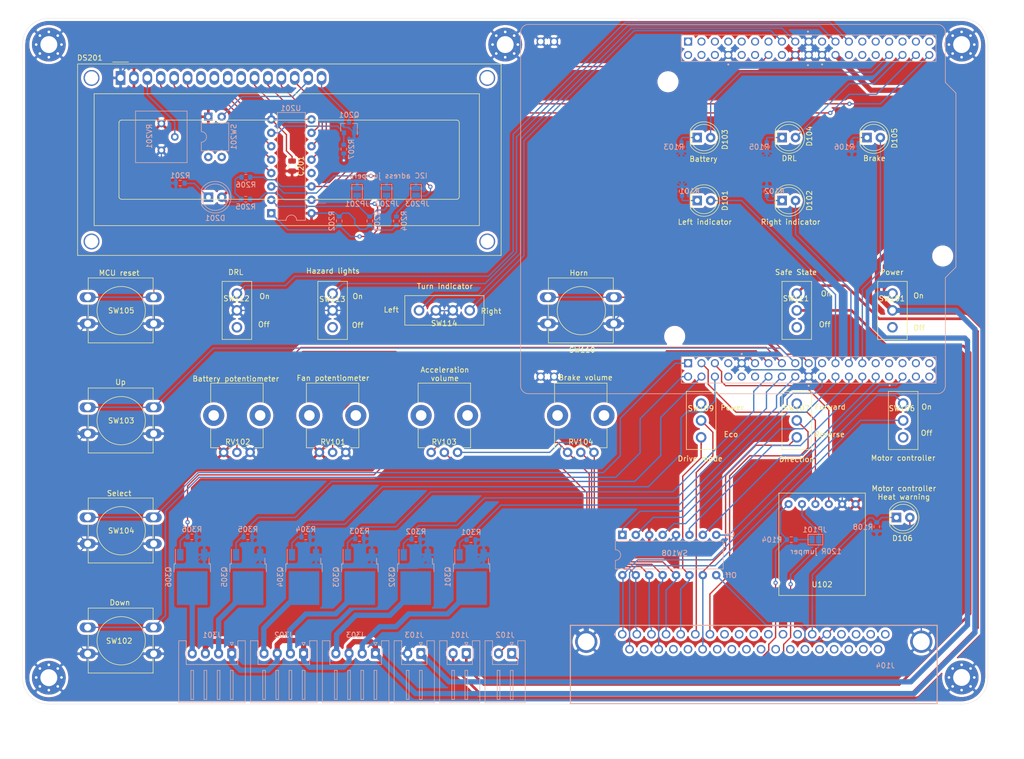
<source format=kicad_pcb>
(kicad_pcb (version 20171130) (host pcbnew "(5.1.9)-1")
  (title_block (date 2021-01-26))
  (layers (0 F.Cu signal) (31 B.Cu signal) (34 B.Paste user) (35 F.Paste user) (36 B.SilkS user) (37 F.SilkS user) (38 B.Mask user) (39 F.Mask user) (44 Edge.Cuts user))
  (net 0 "")
  (net 1 MCU_5V)
  (net 2 GND)
  (net 3 "Net-(D101-Pad1)")
  (net 4 /Left_LED)
  (net 5 "Net-(D102-Pad1)")
  (net 6 /Right_LED)
  (net 7 "Net-(D103-Pad1)")
  (net 8 /Battery_LED)
  (net 9 /DRL_LED)
  (net 10 "Net-(D104-Pad1)")
  (net 11 /Brake_LED)
  (net 12 "Net-(D105-Pad1)")
  (net 13 /TRM_15)
  (net 14 /TRM_14)
  (net 15 "Net-(D201-Pad1)")
  (net 16 "/LCD_I2C/LED_(-)")
  (net 17 "/LCD_I2C/LED_(+)")
  (net 18 /LCD_I2C/pot_brightness)
  (net 19 /LCD_I2C/RS)
  (net 20 /LCD_I2C/RW)
  (net 21 /LCD_I2C/E)
  (net 22 "Net-(DS201-Pad9)")
  (net 23 "Net-(DS201-Pad10)")
  (net 24 /LCD_I2C/DB4)
  (net 25 /LCD_I2C/DB5)
  (net 26 /LCD_I2C/DB6)
  (net 27 /LCD_I2C/DB7)
  (net 28 V_external)
  (net 29 /TRM_01)
  (net 30 /TRM_02)
  (net 31 TRM_VDD)
  (net 32 TRM_GND)
  (net 33 /TRM_05)
  (net 34 /TRM_06)
  (net 35 /TRM_7)
  (net 36 "Net-(J104-Pad8)")
  (net 37 "Net-(J104-Pad9)")
  (net 38 "Net-(J104-Pad10)")
  (net 39 "Net-(J104-Pad11)")
  (net 40 "Net-(J104-Pad12)")
  (net 41 "Net-(J104-Pad13)")
  (net 42 "Net-(J104-Pad16)")
  (net 43 "Net-(J104-Pad17)")
  (net 44 "Net-(J104-Pad18)")
  (net 45 "Net-(J104-Pad19)")
  (net 46 /TRM_20)
  (net 47 /TRM_22)
  (net 48 "Net-(J104-Pad24)")
  (net 49 /TRM_25)
  (net 50 "Net-(J104-Pad26)")
  (net 51 "Net-(J104-Pad27)")
  (net 52 "Net-(J104-Pad28)")
  (net 53 "Net-(J104-Pad29)")
  (net 54 "Net-(J104-Pad30)")
  (net 55 "Net-(J104-Pad31)")
  (net 56 "Net-(J104-Pad32)")
  (net 57 "Net-(J104-Pad33)")
  (net 58 "Net-(J104-Pad34)")
  (net 59 "Net-(J104-Pad35)")
  (net 60 "Net-(J104-Pad36)")
  (net 61 "Net-(J104-Pad37)")
  (net 62 "Net-(JP101-Pad2)")
  (net 63 "Net-(JP201-Pad1)")
  (net 64 "Net-(JP202-Pad1)")
  (net 65 "Net-(JP203-Pad1)")
  (net 66 "Net-(Q201-Pad2)")
  (net 67 /Fan_pwm)
  (net 68 /Fan_pot)
  (net 69 /Battery_pot)
  (net 70 /Down)
  (net 71 /Up)
  (net 72 /Select)
  (net 73 /MC_sw)
  (net 74 /Acc_vol)
  (net 75 /Brake_vol)
  (net 76 /F-R_sw)
  (net 77 /P-E_sw)
  (net 78 /MC_LED)
  (net 79 /Horn_sw)
  (net 80 /Reset)
  (net 81 "Net-(U201-Pad13)")
  (net 82 "Net-(U101-Pad73)")
  (net 83 "Net-(U101-Pad70)")
  (net 84 "Net-(U101-Pad48)")
  (net 85 "Net-(U101-Pad46)")
  (net 86 "Net-(U101-Pad45)")
  (net 87 "Net-(U101-Pad75)")
  (net 88 "Net-(U101-Pad33)")
  (net 89 /Right_sw)
  (net 90 /Left_sw)
  (net 91 "Net-(U101-Pad26)")
  (net 92 /DRL_sw)
  (net 93 /HL_sw)
  (net 94 "Net-(U101-Pad16)")
  (net 95 "Net-(U101-Pad12)")
  (net 96 "Net-(U101-Pad11)")
  (net 97 "Net-(U101-Pad10)")
  (net 98 "Net-(U101-Pad9)")
  (net 99 "Net-(U101-Pad7)")
  (net 100 "Net-(U101-Pad6)")
  (net 101 VDD_MCU)
  (net 102 "Net-(U101-Pad4)")
  (net 103 "Net-(U101-Pad3)")
  (net 104 "Net-(U101-Pad2)")
  (net 105 "Net-(U101-Pad1)")
  (net 106 "Net-(DS201-Pad7)")
  (net 107 "Net-(DS201-Pad8)")
  (net 108 "Net-(J101-Pad2)")
  (net 109 "Net-(J101-Pad1)")
  (net 110 "Net-(J102-Pad2)")
  (net 111 "Net-(J102-Pad1)")
  (net 112 "Net-(U101-Pad71)")
  (net 113 /Left_acti)
  (net 114 /Right_acti)
  (net 115 "Net-(U101-Pad69)")
  (net 116 "Net-(U101-Pad21)")
  (net 117 /Brake_acti)
  (net 118 /Front_acti)
  (net 119 "Net-(U101-Pad67)")
  (net 120 /SDA)
  (net 121 /SCL)
  (net 122 /CRX)
  (net 123 /CTX)
  (net 124 "Net-(U101-Pad29)")
  (net 125 "Net-(U101-Pad13)")
  (net 126 "Net-(U101-Pad59)")
  (net 127 "Net-(U101-Pad27)")
  (net 128 /Solar_lights/Front_lights_VSS)
  (net 129 /Solar_lights/Right_indicator_VSS)
  (net 130 /Solar_lights/Left_indicator_VSS)
  (net 131 /Solar_lights/Brake_lights_VSS)
  (net 132 /Solar_lights/Fan_VSS)
  (net 133 /Solar_lights/Horn_VSS)
  (net 134 /Horn_acti)
  (net 135 "Net-(U101-Pad30)")
  (net 136 "Net-(U101-Pad28)")
  (net 137 "Net-(U101-Pad5)")
  (net 138 "Net-(U101-Pad35)")
  (net 139 "Net-(U101-Pad31)")
  (net 140 "Net-(U101-Pad37)")
  (module Connector_JST:JST_XH_S4B-XH-A_1x04_P2.50mm_Horizontal (layer B.Cu) (at 60.0768 140.8026 180)
    (fp_text reference J301 (at 3.75 3.5) (layer B.SilkS) (effects (justify mirror)))
    (fp_text value Conn_01x04)
    (pad 4 thru_hole oval (at 7.5 0 180) (size 1.7 1.95) (drill 0.95) (layers *.Cu *.Mask) (net 133 /Solar_lights/Horn_VSS))
    (pad 3 thru_hole oval (at 5 0 180) (size 1.7 1.95) (drill 0.95) (layers *.Cu *.Mask) (net 101 VDD_MCU))
    (pad 2 thru_hole oval (at 2.5 0 180) (size 1.7 1.95) (drill 0.95) (layers *.Cu *.Mask) (net 132 /Solar_lights/Fan_VSS))
    (pad 1 thru_hole roundrect (at 0 0 180) (size 1.7 1.95) (drill 0.95) (layers *.Cu *.Mask) (roundrect_rratio 0.1470588235294118) (net 101 VDD_MCU))
  )
  (module Solar_team:Wuerth__angeled_dsub_37_618037231321 (layer B.Cu) (at 159.008 145.897 180)
    (fp_text reference J104 (at -24.93 2.8 180) (layer B.SilkS) (effects (justify mirror)))
    (fp_text value DB37_Female_MountingHoles)
    (pad S1 thru_hole circle (at -31.75 7.315 180) (size 4.216 4.216) (drill 3.2) (layers *.Cu *.Mask) (net 2 GND))
    (pad S2 thru_hole circle (at 31.75 7.315 180) (size 4.216 4.216) (drill 3.2) (layers *.Cu *.Mask) (net 2 GND))
    (pad 1 thru_hole circle (at 24.93 8.735 180) (size 1.635 1.635) (drill 1.09) (layers *.Cu *.Mask) (net 29 /TRM_01))
    (pad 2 thru_hole circle (at 22.16 8.735 180) (size 1.635 1.635) (drill 1.09) (layers *.Cu *.Mask) (net 30 /TRM_02))
    (pad 3 thru_hole circle (at 19.39 8.735 180) (size 1.635 1.635) (drill 1.09) (layers *.Cu *.Mask) (net 31 TRM_VDD))
    (pad 4 thru_hole circle (at 16.62 8.735 180) (size 1.635 1.635) (drill 1.09) (layers *.Cu *.Mask) (net 32 TRM_GND))
    (pad 5 thru_hole circle (at 13.85 8.735 180) (size 1.635 1.635) (drill 1.09) (layers *.Cu *.Mask) (net 33 /TRM_05))
    (pad 6 thru_hole circle (at 11.08 8.735 180) (size 1.635 1.635) (drill 1.09) (layers *.Cu *.Mask) (net 34 /TRM_06))
    (pad 7 thru_hole circle (at 8.31 8.735 180) (size 1.635 1.635) (drill 1.09) (layers *.Cu *.Mask) (net 35 /TRM_7))
    (pad 8 thru_hole circle (at 5.54 8.735 180) (size 1.635 1.635) (drill 1.09) (layers *.Cu *.Mask) (net 36 "Net-(J104-Pad8)"))
    (pad 9 thru_hole circle (at 2.77 8.735 180) (size 1.635 1.635) (drill 1.09) (layers *.Cu *.Mask) (net 37 "Net-(J104-Pad9)"))
    (pad 10 thru_hole circle (at 0 8.735 180) (size 1.635 1.635) (drill 1.09) (layers *.Cu *.Mask) (net 38 "Net-(J104-Pad10)"))
    (pad 11 thru_hole circle (at -2.77 8.735 180) (size 1.635 1.635) (drill 1.09) (layers *.Cu *.Mask) (net 39 "Net-(J104-Pad11)"))
    (pad 12 thru_hole circle (at -5.54 8.735 180) (size 1.635 1.635) (drill 1.09) (layers *.Cu *.Mask) (net 40 "Net-(J104-Pad12)"))
    (pad 13 thru_hole circle (at -8.31 8.735 180) (size 1.635 1.635) (drill 1.09) (layers *.Cu *.Mask) (net 41 "Net-(J104-Pad13)"))
    (pad 14 thru_hole circle (at -11.08 8.735 180) (size 1.635 1.635) (drill 1.09) (layers *.Cu *.Mask) (net 14 /TRM_14))
    (pad 15 thru_hole circle (at -13.85 8.735 180) (size 1.635 1.635) (drill 1.09) (layers *.Cu *.Mask) (net 13 /TRM_15))
    (pad 16 thru_hole circle (at -16.62 8.735 180) (size 1.635 1.635) (drill 1.09) (layers *.Cu *.Mask) (net 42 "Net-(J104-Pad16)"))
    (pad 17 thru_hole circle (at -19.39 8.735 180) (size 1.635 1.635) (drill 1.09) (layers *.Cu *.Mask) (net 43 "Net-(J104-Pad17)"))
    (pad 18 thru_hole circle (at -22.16 8.735 180) (size 1.635 1.635) (drill 1.09) (layers *.Cu *.Mask) (net 44 "Net-(J104-Pad18)"))
    (pad 19 thru_hole circle (at -24.93 8.735 180) (size 1.635 1.635) (drill 1.09) (layers *.Cu *.Mask) (net 45 "Net-(J104-Pad19)"))
    (pad 20 thru_hole circle (at 23.545 5.895 180) (size 1.635 1.635) (drill 1.09) (layers *.Cu *.Mask) (net 46 /TRM_20))
    (pad 21 thru_hole circle (at 20.775 5.895 180) (size 1.635 1.635) (drill 1.09) (layers *.Cu *.Mask) (net 32 TRM_GND))
    (pad 22 thru_hole circle (at 18.005 5.895 180) (size 1.635 1.635) (drill 1.09) (layers *.Cu *.Mask) (net 47 /TRM_22))
    (pad 23 thru_hole circle (at 15.235 5.895 180) (size 1.635 1.635) (drill 1.09) (layers *.Cu *.Mask) (net 31 TRM_VDD))
    (pad 24 thru_hole circle (at 12.465 5.895 180) (size 1.635 1.635) (drill 1.09) (layers *.Cu *.Mask) (net 48 "Net-(J104-Pad24)"))
    (pad 25 thru_hole circle (at 9.695 5.895 180) (size 1.635 1.635) (drill 1.09) (layers *.Cu *.Mask) (net 49 /TRM_25))
    (pad 26 thru_hole circle (at 6.925 5.895 180) (size 1.635 1.635) (drill 1.09) (layers *.Cu *.Mask) (net 50 "Net-(J104-Pad26)"))
    (pad 27 thru_hole circle (at 4.155 5.895 180) (size 1.635 1.635) (drill 1.09) (layers *.Cu *.Mask) (net 51 "Net-(J104-Pad27)"))
    (pad 28 thru_hole circle (at 1.385 5.895 180) (size 1.635 1.635) (drill 1.09) (layers *.Cu *.Mask) (net 52 "Net-(J104-Pad28)"))
    (pad 29 thru_hole circle (at -1.385 5.895 180) (size 1.635 1.635) (drill 1.09) (layers *.Cu *.Mask) (net 53 "Net-(J104-Pad29)"))
    (pad 30 thru_hole circle (at -4.155 5.895 180) (size 1.635 1.635) (drill 1.09) (layers *.Cu *.Mask) (net 54 "Net-(J104-Pad30)"))
    (pad 31 thru_hole circle (at -6.925 5.895 180) (size 1.635 1.635) (drill 1.09) (layers *.Cu *.Mask) (net 55 "Net-(J104-Pad31)"))
    (pad 32 thru_hole circle (at -9.695 5.895 180) (size 1.635 1.635) (drill 1.09) (layers *.Cu *.Mask) (net 56 "Net-(J104-Pad32)"))
    (pad 33 thru_hole circle (at -12.465 5.895 180) (size 1.635 1.635) (drill 1.09) (layers *.Cu *.Mask) (net 57 "Net-(J104-Pad33)"))
    (pad 34 thru_hole circle (at -15.235 5.895 180) (size 1.635 1.635) (drill 1.09) (layers *.Cu *.Mask) (net 58 "Net-(J104-Pad34)"))
    (pad 35 thru_hole circle (at -18.005 5.895 180) (size 1.635 1.635) (drill 1.09) (layers *.Cu *.Mask) (net 59 "Net-(J104-Pad35)"))
    (pad 36 thru_hole circle (at -20.775 5.895 180) (size 1.635 1.635) (drill 1.09) (layers *.Cu *.Mask) (net 60 "Net-(J104-Pad36)"))
    (pad 37 thru_hole circle (at -23.545 5.895 180) (size 1.635 1.635) (drill 1.09) (layers *.Cu *.Mask) (net 61 "Net-(J104-Pad37)"))
  )
  (module Solar_team:MFP130 (layer F.Cu) (at 100.365 75.7838 90)
    (fp_text reference SW114 (at -2.4482 -0.035 180) (layer F.SilkS))
    (fp_text value SW_DPDT_x2)
    (pad 4 thru_hole circle (at 0 1.6 90) (size 2 2) (drill 1.25) (layers *.Cu *.Mask) (net 2 GND))
    (pad 3 thru_hole circle (at 0 4.8 90) (size 2 2) (drill 1.25) (layers *.Cu *.Mask) (net 89 /Right_sw))
    (pad 2 thru_hole circle (at 0 -1.6 90) (size 2 2) (drill 1.25) (layers *.Cu *.Mask) (net 2 GND))
    (pad 1 thru_hole circle (at 0 -4.8 90) (size 2 2) (drill 1.25) (layers *.Cu *.Mask) (net 90 /Left_sw))
  )
  (module Solar_team:MFP120 (layer F.Cu) (at 167.161 75.7838)
    (fp_text reference SW111 (at -0.156 -2.2508) (layer F.SilkS))
    (fp_text value SW_SPST)
    (pad 3 thru_hole circle (at 0 3.2) (size 2 2) (drill 1.25) (layers *.Cu *.Mask))
    (pad 2 thru_hole circle (at 0 0) (size 2 2) (drill 1.25) (layers *.Cu *.Mask) (net 109 "Net-(J101-Pad1)"))
    (pad 1 thru_hole circle (at 0 -3.2) (size 2 2) (drill 1.25) (layers *.Cu *.Mask) (net 108 "Net-(J101-Pad2)"))
  )
  (module Solar_team:MFP120 (layer F.Cu) (at 185.293 75.7838)
    (fp_text reference SW101 (at -0.127 -2.2508) (layer F.SilkS))
    (fp_text value SW_SPST)
    (pad 3 thru_hole circle (at 0 3.2) (size 2 2) (drill 1.25) (layers *.Cu *.Mask))
    (pad 2 thru_hole circle (at 0 0) (size 2 2) (drill 1.25) (layers *.Cu *.Mask) (net 101 VDD_MCU))
    (pad 1 thru_hole circle (at 0 -3.2) (size 2 2) (drill 1.25) (layers *.Cu *.Mask) (net 28 V_external))
  )
  (module Solar_team:MFP120 (layer F.Cu) (at 187.325 96.6422)
    (fp_text reference SW106 (at -0.254 -2.2812) (layer F.SilkS))
    (fp_text value SW_SPST)
    (pad 3 thru_hole circle (at 0 3.2) (size 2 2) (drill 1.25) (layers *.Cu *.Mask))
    (pad 2 thru_hole circle (at 0 0) (size 2 2) (drill 1.25) (layers *.Cu *.Mask) (net 46 /TRM_20))
    (pad 1 thru_hole circle (at 0 -3.2) (size 2 2) (drill 1.25) (layers *.Cu *.Mask) (net 29 /TRM_01))
  )
  (module Solar_team:MFP120 (layer F.Cu) (at 167.161 96.6422 180)
    (fp_text reference SW107 (at 0.029 2.2812) (layer F.SilkS))
    (fp_text value SW_SPST)
    (pad 3 thru_hole circle (at 0 3.2 180) (size 2 2) (drill 1.25) (layers *.Cu *.Mask))
    (pad 2 thru_hole circle (at 0 0 180) (size 2 2) (drill 1.25) (layers *.Cu *.Mask) (net 35 /TRM_7))
    (pad 1 thru_hole circle (at 0 -3.2 180) (size 2 2) (drill 1.25) (layers *.Cu *.Mask) (net 49 /TRM_25))
  )
  (module Solar_team:MFP120 (layer F.Cu) (at 149.029 96.6422 180)
    (fp_text reference SW109 (at 0.058 2.2812) (layer F.SilkS))
    (fp_text value SW_SPST)
    (pad 3 thru_hole circle (at 0 3.2 180) (size 2 2) (drill 1.25) (layers *.Cu *.Mask))
    (pad 2 thru_hole circle (at 0 0 180) (size 2 2) (drill 1.25) (layers *.Cu *.Mask) (net 34 /TRM_06))
    (pad 1 thru_hole circle (at 0 -3.2 180) (size 2 2) (drill 1.25) (layers *.Cu *.Mask) (net 33 /TRM_05))
  )
  (module Solar_team:MFP120 (layer F.Cu) (at 61.051 75.7838)
    (fp_text reference SW112 (at -0.091 -2.2508) (layer F.SilkS))
    (fp_text value SW_SPST)
    (pad 3 thru_hole circle (at 0 3.2) (size 2 2) (drill 1.25) (layers *.Cu *.Mask))
    (pad 2 thru_hole circle (at 0 0) (size 2 2) (drill 1.25) (layers *.Cu *.Mask) (net 2 GND))
    (pad 1 thru_hole circle (at 0 -3.2) (size 2 2) (drill 1.25) (layers *.Cu *.Mask) (net 92 /DRL_sw))
  )
  (module Solar_team:MFP120 (layer F.Cu) (at 79.183 75.7838)
    (fp_text reference SW113 (at -0.062 -2.1238) (layer F.SilkS))
    (fp_text value SW_SPST)
    (pad 3 thru_hole circle (at 0 3.2) (size 2 2) (drill 1.25) (layers *.Cu *.Mask))
    (pad 2 thru_hole circle (at 0 0) (size 2 2) (drill 1.25) (layers *.Cu *.Mask) (net 2 GND))
    (pad 1 thru_hole circle (at 0 -3.2) (size 2 2) (drill 1.25) (layers *.Cu *.Mask) (net 93 /HL_sw))
  )
  (module Connector_JST:JST_XH_S4B-XH-A_1x04_P2.50mm_Horizontal (layer B.Cu) (at 87.299814 140.8026 180)
    (fp_text reference J303 (at 3.75 3.5) (layer B.SilkS) (effects (justify mirror)))
    (fp_text value Conn_01x04)
    (pad 4 thru_hole oval (at 7.5 0 180) (size 1.7 1.95) (drill 0.95) (layers *.Cu *.Mask) (net 130 /Solar_lights/Left_indicator_VSS))
    (pad 3 thru_hole oval (at 5 0 180) (size 1.7 1.95) (drill 0.95) (layers *.Cu *.Mask) (net 101 VDD_MCU))
    (pad 2 thru_hole oval (at 2.5 0 180) (size 1.7 1.95) (drill 0.95) (layers *.Cu *.Mask) (net 131 /Solar_lights/Brake_lights_VSS))
    (pad 1 thru_hole roundrect (at 0 0 180) (size 1.7 1.95) (drill 0.95) (layers *.Cu *.Mask) (roundrect_rratio 0.1470588235294118) (net 101 VDD_MCU))
  )
  (module Connector_JST:JST_XH_S4B-XH-A_1x04_P2.50mm_Horizontal (layer B.Cu) (at 73.688307 140.8026 180)
    (fp_text reference J302 (at 3.75 3.5) (layer B.SilkS) (effects (justify mirror)))
    (fp_text value Conn_01x04)
    (pad 4 thru_hole oval (at 7.5 0 180) (size 1.7 1.95) (drill 0.95) (layers *.Cu *.Mask) (net 128 /Solar_lights/Front_lights_VSS))
    (pad 3 thru_hole oval (at 5 0 180) (size 1.7 1.95) (drill 0.95) (layers *.Cu *.Mask) (net 101 VDD_MCU))
    (pad 2 thru_hole oval (at 2.5 0 180) (size 1.7 1.95) (drill 0.95) (layers *.Cu *.Mask) (net 129 /Solar_lights/Right_indicator_VSS))
    (pad 1 thru_hole roundrect (at 0 0 180) (size 1.7 1.95) (drill 0.95) (layers *.Cu *.Mask) (roundrect_rratio 0.1470588235294118) (net 101 VDD_MCU))
  )
  (module Connector_JST:JST_XH_S2B-XH-A_1x02_P2.50mm_Horizontal (layer B.Cu) (at 95.911321 140.8026 180)
    (fp_text reference J103 (at 1.25 3.5) (layer B.SilkS) (effects (justify mirror)))
    (fp_text value Conn_01x02)
    (pad 2 thru_hole oval (at 2.5 0 180) (size 1.7 2) (drill 1) (layers *.Cu *.Mask) (net 2 GND))
    (pad 1 thru_hole roundrect (at 0 0 180) (size 1.7 2) (drill 1) (layers *.Cu *.Mask) (roundrect_rratio 0.1470588235294118) (net 28 V_external))
  )
  (module Connector_JST:JST_XH_S2B-XH-A_1x02_P2.50mm_Horizontal (layer B.Cu) (at 113.134336 140.8026 180)
    (fp_text reference J102 (at 1.25 3.5) (layer B.SilkS) (effects (justify mirror)))
    (fp_text value Conn_01x02)
    (pad 2 thru_hole oval (at 2.5 0 180) (size 1.7 2) (drill 1) (layers *.Cu *.Mask) (net 110 "Net-(J102-Pad2)"))
    (pad 1 thru_hole roundrect (at 0 0 180) (size 1.7 2) (drill 1) (layers *.Cu *.Mask) (roundrect_rratio 0.1470588235294118) (net 111 "Net-(J102-Pad1)"))
  )
  (module Connector_JST:JST_XH_S2B-XH-A_1x02_P2.50mm_Horizontal (layer B.Cu) (at 104.522828 140.8026 180)
    (fp_text reference J101 (at 1.25 3.5) (layer B.SilkS) (effects (justify mirror)))
    (fp_text value Conn_01x02)
    (pad 2 thru_hole oval (at 2.5 0 180) (size 1.7 2) (drill 1) (layers *.Cu *.Mask) (net 108 "Net-(J101-Pad2)"))
    (pad 1 thru_hole roundrect (at 0 0 180) (size 1.7 2) (drill 1) (layers *.Cu *.Mask) (roundrect_rratio 0.1470588235294118) (net 109 "Net-(J101-Pad1)"))
  )
  (module Display:WC1602A (layer F.Cu) (at 38.992 31.719)
    (fp_text reference DS201 (at -5.82 -3.81) (layer F.SilkS))
    (fp_text value WC1602A)
    (pad 1 thru_hole rect (at 0 0) (size 1.8 2.6) (drill 1.2) (layers *.Cu *.Mask) (net 2 GND))
    (pad 2 thru_hole oval (at 2.54 0) (size 1.8 2.6) (drill 1.2) (layers *.Cu *.Mask) (net 1 MCU_5V))
    (pad 3 thru_hole oval (at 5.08 0) (size 1.8 2.6) (drill 1.2) (layers *.Cu *.Mask) (net 18 /LCD_I2C/pot_brightness))
    (pad 4 thru_hole oval (at 7.62 0) (size 1.8 2.6) (drill 1.2) (layers *.Cu *.Mask) (net 19 /LCD_I2C/RS))
    (pad 5 thru_hole oval (at 10.16 0) (size 1.8 2.6) (drill 1.2) (layers *.Cu *.Mask) (net 20 /LCD_I2C/RW))
    (pad 6 thru_hole oval (at 12.7 0) (size 1.8 2.6) (drill 1.2) (layers *.Cu *.Mask) (net 21 /LCD_I2C/E))
    (pad 7 thru_hole oval (at 15.24 0) (size 1.8 2.6) (drill 1.2) (layers *.Cu *.Mask) (net 106 "Net-(DS201-Pad7)"))
    (pad 8 thru_hole oval (at 17.78 0) (size 1.8 2.6) (drill 1.2) (layers *.Cu *.Mask) (net 107 "Net-(DS201-Pad8)"))
    (pad 9 thru_hole oval (at 20.32 0) (size 1.8 2.6) (drill 1.2) (layers *.Cu *.Mask) (net 22 "Net-(DS201-Pad9)"))
    (pad 10 thru_hole oval (at 22.86 0) (size 1.8 2.6) (drill 1.2) (layers *.Cu *.Mask) (net 23 "Net-(DS201-Pad10)"))
    (pad 11 thru_hole oval (at 25.4 0) (size 1.8 2.6) (drill 1.2) (layers *.Cu *.Mask) (net 24 /LCD_I2C/DB4))
    (pad 12 thru_hole oval (at 27.94 0) (size 1.8 2.6) (drill 1.2) (layers *.Cu *.Mask) (net 25 /LCD_I2C/DB5))
    (pad 13 thru_hole oval (at 30.48 0) (size 1.8 2.6) (drill 1.2) (layers *.Cu *.Mask) (net 26 /LCD_I2C/DB6))
    (pad 14 thru_hole oval (at 33.02 0) (size 1.8 2.6) (drill 1.2) (layers *.Cu *.Mask) (net 27 /LCD_I2C/DB7))
    (pad 15 thru_hole oval (at 35.56 0) (size 1.8 2.6) (drill 1.2) (layers *.Cu *.Mask) (net 17 "/LCD_I2C/LED_(+)"))
    (pad 16 thru_hole oval (at 38.1 0) (size 1.8 2.6) (drill 1.2) (layers *.Cu *.Mask) (net 16 "/LCD_I2C/LED_(-)"))
    (pad "" thru_hole circle (at -5.4991 0) (size 3 3) (drill 2.5) (layers *.Cu *.Mask))
    (pad "" thru_hole circle (at -5.4991 31.0007) (size 3 3) (drill 2.5) (layers *.Cu *.Mask))
    (pad "" thru_hole circle (at 69.49948 31.0007) (size 3 3) (drill 2.5) (layers *.Cu *.Mask))
    (pad "" thru_hole circle (at 69.5 0) (size 3 3) (drill 2.5) (layers *.Cu *.Mask))
  )
  (module Solar_team:MODULE_NUCLEO-F476RG (layer B.Cu) (at 156.068 56.578 270)
    (fp_text reference U101 (at -31.825 42.635 270) (layer B.SilkS) (effects (font (thickness 0.015)) (justify mirror)))
    (fp_text value NUCLEO64-F476RG)
    (pad 80 thru_hole circle (at 31.75 34.91 270) (size 1.53 1.53) (drill 1.02) (layers *.Cu *.Mask) (net 2 GND))
    (pad 79 thru_hole circle (at 31.75 37.45 270) (size 1.53 1.53) (drill 1.02) (layers *.Cu *.Mask) (net 2 GND))
    (pad 78 thru_hole circle (at -31.75 34.91 270) (size 1.53 1.53) (drill 1.02) (layers *.Cu *.Mask) (net 2 GND))
    (pad 77 thru_hole circle (at -31.75 37.45 270) (size 1.53 1.53) (drill 1.02) (layers *.Cu *.Mask) (net 2 GND))
    (pad None np_thru_hole circle (at -24.13 13.32 270) (size 3 3) (drill 3) (layers *.Cu *.Mask))
    (pad None np_thru_hole circle (at 24.13 12.05 270) (size 3 3) (drill 3) (layers *.Cu *.Mask))
    (pad None np_thru_hole circle (at 8.89 -38.75 270) (size 3 3) (drill 3) (layers *.Cu *.Mask))
    (pad NC thru_hole circle (at 31.75 -36.21 270) (size 1.53 1.53) (drill 1.02) (layers *.Cu *.Mask))
    (pad NC thru_hole circle (at 31.75 -33.67 270) (size 1.53 1.53) (drill 1.02) (layers *.Cu *.Mask))
    (pad 73 thru_hole circle (at 29.21 -33.67 270) (size 1.53 1.53) (drill 1.02) (layers *.Cu *.Mask) (net 82 "Net-(U101-Pad73)"))
    (pad 72 thru_hole circle (at 31.75 -31.13 270) (size 1.53 1.53) (drill 1.02) (layers *.Cu *.Mask) (net 78 /MC_LED))
    (pad 71 thru_hole circle (at 29.21 -31.13 270) (size 1.53 1.53) (drill 1.02) (layers *.Cu *.Mask) (net 112 "Net-(U101-Pad71)"))
    (pad 70 thru_hole circle (at 31.75 -28.59 270) (size 1.53 1.53) (drill 1.02) (layers *.Cu *.Mask) (net 83 "Net-(U101-Pad70)"))
    (pad 69 thru_hole circle (at 29.21 -28.59 270) (size 1.53 1.53) (drill 1.02) (layers *.Cu *.Mask) (net 115 "Net-(U101-Pad69)"))
    (pad 68 thru_hole circle (at 31.75 -26.05 270) (size 1.53 1.53) (drill 1.02) (layers *.Cu *.Mask) (net 76 /F-R_sw))
    (pad 67 thru_hole circle (at 29.21 -26.05 270) (size 1.53 1.53) (drill 1.02) (layers *.Cu *.Mask) (net 119 "Net-(U101-Pad67)"))
    (pad 66 thru_hole circle (at 31.75 -23.51 270) (size 1.53 1.53) (drill 1.02) (layers *.Cu *.Mask) (net 77 /P-E_sw))
    (pad 65 thru_hole circle (at 29.21 -23.51 270) (size 1.53 1.53) (drill 1.02) (layers *.Cu *.Mask) (net 11 /Brake_LED))
    (pad 64 thru_hole circle (at 31.75 -20.97 270) (size 1.53 1.53) (drill 1.02) (layers *.Cu *.Mask) (net 75 /Brake_vol))
    (pad 63 thru_hole circle (at 29.21 -20.97 270) (size 1.53 1.53) (drill 1.02) (layers *.Cu *.Mask) (net 6 /Right_LED))
    (pad 62 thru_hole circle (at 31.75 -18.43 270) (size 1.53 1.53) (drill 1.02) (layers *.Cu *.Mask) (net 74 /Acc_vol))
    (pad 61 thru_hole circle (at 29.21 -18.43 270) (size 1.53 1.53) (drill 1.02) (layers *.Cu *.Mask) (net 4 /Left_LED))
    (pad 60 thru_hole circle (at 31.75 -15.89 270) (size 1.53 1.53) (drill 1.02) (layers *.Cu *.Mask) (net 73 /MC_sw))
    (pad 59 thru_hole circle (at 29.21 -15.89 270) (size 1.53 1.53) (drill 1.02) (layers *.Cu *.Mask) (net 126 "Net-(U101-Pad59)"))
    (pad 58 thru_hole circle (at 31.75 -13.35 270) (size 1.53 1.53) (drill 1.02) (layers *.Cu *.Mask) (net 2 GND))
    (pad 57 thru_hole circle (at 29.21 -13.35 270) (size 1.53 1.53) (drill 1.02) (layers *.Cu *.Mask) (net 79 /Horn_sw))
    (pad 54 thru_hole circle (at 31.75 -10.81 270) (size 1.53 1.53) (drill 1.02) (layers *.Cu *.Mask) (net 117 /Brake_acti))
    (pad 55 thru_hole circle (at 29.21 -10.81 270) (size 1.53 1.53) (drill 1.02) (layers *.Cu *.Mask) (net 71 /Up))
    (pad 52 thru_hole circle (at 31.75 -8.27 270) (size 1.53 1.53) (drill 1.02) (layers *.Cu *.Mask) (net 113 /Left_acti))
    (pad 53 thru_hole circle (at 29.21 -8.27 270) (size 1.53 1.53) (drill 1.02) (layers *.Cu *.Mask) (net 69 /Battery_pot))
    (pad 50 thru_hole circle (at 31.75 -5.73 270) (size 1.53 1.53) (drill 1.02) (layers *.Cu *.Mask) (net 114 /Right_acti))
    (pad 51 thru_hole circle (at 29.21 -5.73 270) (size 1.53 1.53) (drill 1.02) (layers *.Cu *.Mask) (net 68 /Fan_pot))
    (pad 48 thru_hole circle (at 31.75 -3.19 270) (size 1.53 1.53) (drill 1.02) (layers *.Cu *.Mask) (net 84 "Net-(U101-Pad48)"))
    (pad 49 thru_hole circle (at 29.21 -3.19 270) (size 1.53 1.53) (drill 1.02) (layers *.Cu *.Mask) (net 134 /Horn_acti))
    (pad NC thru_hole circle (at 31.75 -0.65 270) (size 1.53 1.53) (drill 1.02) (layers *.Cu *.Mask))
    (pad 47 thru_hole circle (at 29.21 -0.65 270) (size 1.53 1.53) (drill 1.02) (layers *.Cu *.Mask) (net 2 GND))
    (pad 46 thru_hole circle (at 31.75 1.89 270) (size 1.53 1.53) (drill 1.02) (layers *.Cu *.Mask) (net 85 "Net-(U101-Pad46)"))
    (pad 45 thru_hole circle (at 29.21 1.89 270) (size 1.53 1.53) (drill 1.02) (layers *.Cu *.Mask) (net 86 "Net-(U101-Pad45)"))
    (pad 44 thru_hole circle (at 31.75 4.43 270) (size 1.53 1.53) (drill 1.02) (layers *.Cu *.Mask) (net 118 /Front_acti))
    (pad 43 thru_hole circle (at 29.21 4.43 270) (size 1.53 1.53) (drill 1.02) (layers *.Cu *.Mask) (net 123 /CTX))
    (pad 42 thru_hole circle (at 31.75 6.97 270) (size 1.53 1.53) (drill 1.02) (layers *.Cu *.Mask) (net 67 /Fan_pwm))
    (pad 41 thru_hole circle (at 29.21 6.97 270) (size 1.53 1.53) (drill 1.02) (layers *.Cu *.Mask) (net 122 /CRX))
    (pad 40 thru_hole circle (at 31.75 9.51 270) (size 1.53 1.53) (drill 1.02) (layers *.Cu *.Mask) (net 70 /Down))
    (pad 75 thru_hole circle (at 29.21 -36.21 270) (size 1.53 1.53) (drill 1.02) (layers *.Cu *.Mask) (net 87 "Net-(U101-Pad75)"))
    (pad 39 thru_hole rect (at 29.21 9.51 270) (size 1.53 1.53) (drill 1.02) (layers *.Cu *.Mask) (net 72 /Select))
    (pad 38 thru_hole circle (at -29.21 -36.21 270) (size 1.53 1.53) (drill 1.02) (layers *.Cu *.Mask) (net 121 /SCL))
    (pad 36 thru_hole circle (at -29.21 -33.67 270) (size 1.53 1.53) (drill 1.02) (layers *.Cu *.Mask) (net 120 /SDA))
    (pad 35 thru_hole circle (at -31.75 -33.67 270) (size 1.53 1.53) (drill 1.02) (layers *.Cu *.Mask) (net 138 "Net-(U101-Pad35)"))
    (pad 34 thru_hole circle (at -29.21 -31.13 270) (size 1.53 1.53) (drill 1.02) (layers *.Cu *.Mask) (net 9 /DRL_LED))
    (pad 33 thru_hole circle (at -31.75 -31.13 270) (size 1.53 1.53) (drill 1.02) (layers *.Cu *.Mask) (net 88 "Net-(U101-Pad33)"))
    (pad 32 thru_hole circle (at -29.21 -28.59 270) (size 1.53 1.53) (drill 1.02) (layers *.Cu *.Mask) (net 8 /Battery_LED))
    (pad 31 thru_hole circle (at -31.75 -28.59 270) (size 1.53 1.53) (drill 1.02) (layers *.Cu *.Mask) (net 139 "Net-(U101-Pad31)"))
    (pad 30 thru_hole circle (at -29.21 -26.05 270) (size 1.53 1.53) (drill 1.02) (layers *.Cu *.Mask) (net 135 "Net-(U101-Pad30)"))
    (pad 29 thru_hole circle (at -31.75 -26.05 270) (size 1.53 1.53) (drill 1.02) (layers *.Cu *.Mask) (net 124 "Net-(U101-Pad29)"))
    (pad 28 thru_hole circle (at -29.21 -23.51 270) (size 1.53 1.53) (drill 1.02) (layers *.Cu *.Mask) (net 136 "Net-(U101-Pad28)"))
    (pad 27 thru_hole circle (at -31.75 -23.51 270) (size 1.53 1.53) (drill 1.02) (layers *.Cu *.Mask) (net 127 "Net-(U101-Pad27)"))
    (pad 26 thru_hole circle (at -29.21 -20.97 270) (size 1.53 1.53) (drill 1.02) (layers *.Cu *.Mask) (net 91 "Net-(U101-Pad26)"))
    (pad 25 thru_hole circle (at -31.75 -20.97 270) (size 1.53 1.53) (drill 1.02) (layers *.Cu *.Mask) (net 92 /DRL_sw))
    (pad 24 thru_hole circle (at -29.21 -18.43 270) (size 1.53 1.53) (drill 1.02) (layers *.Cu *.Mask) (net 101 VDD_MCU))
    (pad 23 thru_hole circle (at -31.75 -18.43 270) (size 1.53 1.53) (drill 1.02) (layers *.Cu *.Mask) (net 93 /HL_sw))
    (pad 22 thru_hole circle (at -29.21 -15.89 270) (size 1.53 1.53) (drill 1.02) (layers *.Cu *.Mask) (net 2 GND))
    (pad 21 thru_hole circle (at -31.75 -15.89 270) (size 1.53 1.53) (drill 1.02) (layers *.Cu *.Mask) (net 116 "Net-(U101-Pad21)"))
    (pad 20 thru_hole circle (at -29.21 -13.35 270) (size 1.53 1.53) (drill 1.02) (layers *.Cu *.Mask) (net 2 GND))
    (pad 19 thru_hole circle (at -31.75 -13.35 270) (size 1.53 1.53) (drill 1.02) (layers *.Cu *.Mask) (net 2 GND))
    (pad 18 thru_hole circle (at -29.21 -10.81 270) (size 1.53 1.53) (drill 1.02) (layers *.Cu *.Mask) (net 1 MCU_5V))
    (pad 17 thru_hole circle (at -31.75 -10.81 270) (size 1.53 1.53) (drill 1.02) (layers *.Cu *.Mask) (net 90 /Left_sw))
    (pad 16 thru_hole circle (at -29.21 -8.27 270) (size 1.53 1.53) (drill 1.02) (layers *.Cu *.Mask) (net 94 "Net-(U101-Pad16)"))
    (pad 15 thru_hole circle (at -31.75 -8.27 270) (size 1.53 1.53) (drill 1.02) (layers *.Cu *.Mask) (net 89 /Right_sw))
    (pad 14 thru_hole circle (at -29.21 -5.73 270) (size 1.53 1.53) (drill 1.02) (layers *.Cu *.Mask) (net 80 /Reset))
    (pad 13 thru_hole circle (at -31.75 -5.73 270) (size 1.53 1.53) (drill 1.02) (layers *.Cu *.Mask) (net 125 "Net-(U101-Pad13)"))
    (pad 12 thru_hole circle (at -29.21 -3.19 270) (size 1.53 1.53) (drill 1.02) (layers *.Cu *.Mask) (net 95 "Net-(U101-Pad12)"))
    (pad 11 thru_hole circle (at -31.75 -3.19 270) (size 1.53 1.53) (drill 1.02) (layers *.Cu *.Mask) (net 96 "Net-(U101-Pad11)"))
    (pad 10 thru_hole circle (at -29.21 -0.65 270) (size 1.53 1.53) (drill 1.02) (layers *.Cu *.Mask) (net 97 "Net-(U101-Pad10)"))
    (pad 9 thru_hole circle (at -31.75 -0.65 270) (size 1.53 1.53) (drill 1.02) (layers *.Cu *.Mask) (net 98 "Net-(U101-Pad9)"))
    (pad 8 thru_hole circle (at -29.21 1.89 270) (size 1.53 1.53) (drill 1.02) (layers *.Cu *.Mask) (net 2 GND))
    (pad 7 thru_hole circle (at -31.75 1.89 270) (size 1.53 1.53) (drill 1.02) (layers *.Cu *.Mask) (net 99 "Net-(U101-Pad7)"))
    (pad 6 thru_hole circle (at -29.21 4.43 270) (size 1.53 1.53) (drill 1.02) (layers *.Cu *.Mask) (net 100 "Net-(U101-Pad6)"))
    (pad 5 thru_hole circle (at -31.75 4.43 270) (size 1.53 1.53) (drill 1.02) (layers *.Cu *.Mask) (net 137 "Net-(U101-Pad5)"))
    (pad 4 thru_hole circle (at -29.21 6.97 270) (size 1.53 1.53) (drill 1.02) (layers *.Cu *.Mask) (net 102 "Net-(U101-Pad4)"))
    (pad 3 thru_hole circle (at -31.75 6.97 270) (size 1.53 1.53) (drill 1.02) (layers *.Cu *.Mask) (net 103 "Net-(U101-Pad3)"))
    (pad 2 thru_hole circle (at -29.21 9.51 270) (size 1.53 1.53) (drill 1.02) (layers *.Cu *.Mask) (net 104 "Net-(U101-Pad2)"))
    (pad 37 thru_hole circle (at -31.75 -36.21 270) (size 1.53 1.53) (drill 1.02) (layers *.Cu *.Mask) (net 140 "Net-(U101-Pad37)"))
    (pad 1 thru_hole rect (at -31.75 9.51 270) (size 1.53 1.53) (drill 1.02) (layers *.Cu *.Mask) (net 105 "Net-(U101-Pad1)"))
  )
  (module Button_Switch_THT:SW_PUSH-12mm (layer F.Cu) (at 32.766 73.2838)
    (fp_text reference SW105 (at 6.35 2.54) (layer F.SilkS))
    (fp_text value SW_Push)
    (pad 2 thru_hole oval (at 0 5) (size 3.048 1.85) (drill 1.3) (layers *.Cu *.Mask) (net 2 GND))
    (pad 1 thru_hole oval (at 0 0) (size 3.048 1.85) (drill 1.3) (layers *.Cu *.Mask) (net 80 /Reset))
    (pad 2 thru_hole oval (at 12.5 5) (size 3.048 1.85) (drill 1.3) (layers *.Cu *.Mask) (net 2 GND))
    (pad 1 thru_hole oval (at 12.5 0) (size 3.048 1.85) (drill 1.3) (layers *.Cu *.Mask) (net 80 /Reset))
  )
  (module MountingHole:MountingHole_3.2mm_M3_Pad_Via (layer F.Cu) (at 198.4 25.4)
    (fp_text reference H105 hide)
    (fp_text value MountingHole_Pad)
    (pad 1 thru_hole circle (at 1.697056 -1.697056) (size 0.8 0.8) (drill 0.5) (layers *.Cu *.Mask) (net 2 GND))
    (pad 1 thru_hole circle (at 0 -2.4) (size 0.8 0.8) (drill 0.5) (layers *.Cu *.Mask) (net 2 GND))
    (pad 1 thru_hole circle (at -1.697056 -1.697056) (size 0.8 0.8) (drill 0.5) (layers *.Cu *.Mask) (net 2 GND))
    (pad 1 thru_hole circle (at -2.4 0) (size 0.8 0.8) (drill 0.5) (layers *.Cu *.Mask) (net 2 GND))
    (pad 1 thru_hole circle (at -1.697056 1.697056) (size 0.8 0.8) (drill 0.5) (layers *.Cu *.Mask) (net 2 GND))
    (pad 1 thru_hole circle (at 0 2.4) (size 0.8 0.8) (drill 0.5) (layers *.Cu *.Mask) (net 2 GND))
    (pad 1 thru_hole circle (at 1.697056 1.697056) (size 0.8 0.8) (drill 0.5) (layers *.Cu *.Mask) (net 2 GND))
    (pad 1 thru_hole circle (at 2.4 0) (size 0.8 0.8) (drill 0.5) (layers *.Cu *.Mask) (net 2 GND))
    (pad 1 thru_hole circle (at 0 0) (size 6.4 6.4) (drill 3.2) (layers *.Cu *.Mask) (net 2 GND))
  )
  (module MountingHole:MountingHole_3.2mm_M3_Pad_Via (layer F.Cu) (at 198.4 145.353)
    (fp_text reference H104 hide)
    (fp_text value MountingHole_Pad)
    (pad 1 thru_hole circle (at 1.697056 -1.697056) (size 0.8 0.8) (drill 0.5) (layers *.Cu *.Mask) (net 2 GND))
    (pad 1 thru_hole circle (at 0 -2.4) (size 0.8 0.8) (drill 0.5) (layers *.Cu *.Mask) (net 2 GND))
    (pad 1 thru_hole circle (at -1.697056 -1.697056) (size 0.8 0.8) (drill 0.5) (layers *.Cu *.Mask) (net 2 GND))
    (pad 1 thru_hole circle (at -2.4 0) (size 0.8 0.8) (drill 0.5) (layers *.Cu *.Mask) (net 2 GND))
    (pad 1 thru_hole circle (at -1.697056 1.697056) (size 0.8 0.8) (drill 0.5) (layers *.Cu *.Mask) (net 2 GND))
    (pad 1 thru_hole circle (at 0 2.4) (size 0.8 0.8) (drill 0.5) (layers *.Cu *.Mask) (net 2 GND))
    (pad 1 thru_hole circle (at 1.697056 1.697056) (size 0.8 0.8) (drill 0.5) (layers *.Cu *.Mask) (net 2 GND))
    (pad 1 thru_hole circle (at 2.4 0) (size 0.8 0.8) (drill 0.5) (layers *.Cu *.Mask) (net 2 GND))
    (pad 1 thru_hole circle (at 0 0) (size 6.4 6.4) (drill 3.2) (layers *.Cu *.Mask) (net 2 GND))
  )
  (module MountingHole:MountingHole_3.2mm_M3_Pad_Via (layer F.Cu) (at 25.4 145.353)
    (fp_text reference H103 hide)
    (fp_text value MountingHole_Pad)
    (pad 1 thru_hole circle (at 1.697056 -1.697056) (size 0.8 0.8) (drill 0.5) (layers *.Cu *.Mask) (net 2 GND))
    (pad 1 thru_hole circle (at 0 -2.4) (size 0.8 0.8) (drill 0.5) (layers *.Cu *.Mask) (net 2 GND))
    (pad 1 thru_hole circle (at -1.697056 -1.697056) (size 0.8 0.8) (drill 0.5) (layers *.Cu *.Mask) (net 2 GND))
    (pad 1 thru_hole circle (at -2.4 0) (size 0.8 0.8) (drill 0.5) (layers *.Cu *.Mask) (net 2 GND))
    (pad 1 thru_hole circle (at -1.697056 1.697056) (size 0.8 0.8) (drill 0.5) (layers *.Cu *.Mask) (net 2 GND))
    (pad 1 thru_hole circle (at 0 2.4) (size 0.8 0.8) (drill 0.5) (layers *.Cu *.Mask) (net 2 GND))
    (pad 1 thru_hole circle (at 1.697056 1.697056) (size 0.8 0.8) (drill 0.5) (layers *.Cu *.Mask) (net 2 GND))
    (pad 1 thru_hole circle (at 2.4 0) (size 0.8 0.8) (drill 0.5) (layers *.Cu *.Mask) (net 2 GND))
    (pad 1 thru_hole circle (at 0 0.047) (size 6.4 6.4) (drill 3.2) (layers *.Cu *.Mask) (net 2 GND))
  )
  (module MountingHole:MountingHole_3.2mm_M3_Pad_Via (layer F.Cu) (at 25.4 25.4)
    (fp_text reference H102 hide)
    (fp_text value MountingHole_Pad)
    (pad 1 thru_hole circle (at 1.697056 -1.697056) (size 0.8 0.8) (drill 0.5) (layers *.Cu *.Mask) (net 2 GND))
    (pad 1 thru_hole circle (at 0 -2.4) (size 0.8 0.8) (drill 0.5) (layers *.Cu *.Mask) (net 2 GND))
    (pad 1 thru_hole circle (at -1.697056 -1.697056) (size 0.8 0.8) (drill 0.5) (layers *.Cu *.Mask) (net 2 GND))
    (pad 1 thru_hole circle (at -2.4 0) (size 0.8 0.8) (drill 0.5) (layers *.Cu *.Mask) (net 2 GND))
    (pad 1 thru_hole circle (at -1.697056 1.697056) (size 0.8 0.8) (drill 0.5) (layers *.Cu *.Mask) (net 2 GND))
    (pad 1 thru_hole circle (at 0 2.4) (size 0.8 0.8) (drill 0.5) (layers *.Cu *.Mask) (net 2 GND))
    (pad 1 thru_hole circle (at 1.697056 1.697056) (size 0.8 0.8) (drill 0.5) (layers *.Cu *.Mask) (net 2 GND))
    (pad 1 thru_hole circle (at 2.4 0) (size 0.8 0.8) (drill 0.5) (layers *.Cu *.Mask) (net 2 GND))
    (pad 1 thru_hole circle (at 0 0) (size 6.4 6.4) (drill 3.2) (layers *.Cu *.Mask) (net 2 GND))
  )
  (module MountingHole:MountingHole_3.2mm_M3_Pad_Via (layer F.Cu) (at 111.9 25.4)
    (fp_text reference H101 hide)
    (fp_text value MountingHole_Pad)
    (pad 1 thru_hole circle (at 1.697056 -1.697056) (size 0.8 0.8) (drill 0.5) (layers *.Cu *.Mask) (net 2 GND))
    (pad 1 thru_hole circle (at 0 -2.4) (size 0.8 0.8) (drill 0.5) (layers *.Cu *.Mask) (net 2 GND))
    (pad 1 thru_hole circle (at -1.697056 -1.697056) (size 0.8 0.8) (drill 0.5) (layers *.Cu *.Mask) (net 2 GND))
    (pad 1 thru_hole circle (at -2.4 0) (size 0.8 0.8) (drill 0.5) (layers *.Cu *.Mask) (net 2 GND))
    (pad 1 thru_hole circle (at -1.697056 1.697056) (size 0.8 0.8) (drill 0.5) (layers *.Cu *.Mask) (net 2 GND))
    (pad 1 thru_hole circle (at 0 2.4) (size 0.8 0.8) (drill 0.5) (layers *.Cu *.Mask) (net 2 GND))
    (pad 1 thru_hole circle (at 1.697056 1.697056) (size 0.8 0.8) (drill 0.5) (layers *.Cu *.Mask) (net 2 GND))
    (pad 1 thru_hole circle (at 2.4 0) (size 0.8 0.8) (drill 0.5) (layers *.Cu *.Mask) (net 2 GND))
    (pad 1 thru_hole circle (at 0 0) (size 6.4 6.4) (drill 3.2) (layers *.Cu *.Mask) (net 2 GND))
  )
  (module Resistor_SMD:R_0603_1608Metric (layer B.Cu) (at 52.516 118.714 180)
    (fp_text reference R306 (at 0 1.43) (layer B.SilkS) (effects (justify mirror)))
    (fp_text value R_Small)
    (pad 2 smd roundrect (at 0.825 0 180) (size 0.8 0.95) (layers B.Cu B.Paste B.Mask) (net 134 /Horn_acti))
    (pad 1 smd roundrect (at -0.825 0 180) (size 0.8 0.95) (layers B.Cu B.Paste B.Mask) (net 2 GND))
  )
  (module Package_TO_SOT_SMD:TO-252-2 (layer B.Cu) (at 52.5798 126.3086 270)
    (fp_text reference Q306 (at 0 4.5 270) (layer B.SilkS) (effects (justify mirror)))
    (fp_text value IPD50R380CE)
    (pad 2 smd rect (at 2.1 0 270) (size 6.4 5.8) (layers B.Cu B.Mask) (net 133 /Solar_lights/Horn_VSS))
    (pad 3 smd rect (at -4.2 -2.28 270) (size 2.2 1.2) (layers B.Cu B.Paste B.Mask) (net 2 GND))
    (pad 1 smd rect (at -4.2 2.28 270) (size 2.2 1.2) (layers B.Cu B.Paste B.Mask) (net 134 /Horn_acti))
  )
  (module Package_TO_SOT_SMD:TO-252-2 (layer B.Cu) (at 63.169 126.3086 270)
    (fp_text reference Q305 (at 0 4.5 90) (layer B.SilkS) (effects (justify mirror)))
    (fp_text value IPD50R380CE)
    (pad 2 smd rect (at 2.1 0 270) (size 6.4 5.8) (layers B.Cu B.Mask) (net 132 /Solar_lights/Fan_VSS))
    (pad 3 smd rect (at -4.2 -2.28 270) (size 2.2 1.2) (layers B.Cu B.Paste B.Mask) (net 2 GND))
    (pad 1 smd rect (at -4.2 2.28 270) (size 2.2 1.2) (layers B.Cu B.Paste B.Mask) (net 67 /Fan_pwm))
  )
  (module Resistor_SMD:R_0603_1608Metric (layer B.Cu) (at 63.129 118.714 180)
    (fp_text reference R305 (at 0 1.43) (layer B.SilkS) (effects (justify mirror)))
    (fp_text value R_Small)
    (pad 2 smd roundrect (at 0.825 0 180) (size 0.8 0.95) (layers B.Cu B.Paste B.Mask) (net 67 /Fan_pwm))
    (pad 1 smd roundrect (at -0.825 0 180) (size 0.8 0.95) (layers B.Cu B.Paste B.Mask) (net 2 GND))
  )
  (module Button_Switch_THT:SW_PUSH-12mm (layer F.Cu) (at 119.982 73.2838)
    (fp_text reference SW110 (at 6.51 9.9972) (layer F.SilkS))
    (fp_text value SW_Push)
    (pad 2 thru_hole oval (at 0 5) (size 3.048 1.85) (drill 1.3) (layers *.Cu *.Mask) (net 2 GND))
    (pad 1 thru_hole oval (at 0 0) (size 3.048 1.85) (drill 1.3) (layers *.Cu *.Mask) (net 79 /Horn_sw))
    (pad 2 thru_hole oval (at 12.5 5) (size 3.048 1.85) (drill 1.3) (layers *.Cu *.Mask) (net 2 GND))
    (pad 1 thru_hole oval (at 12.5 0) (size 3.048 1.85) (drill 1.3) (layers *.Cu *.Mask) (net 79 /Horn_sw))
  )
  (module Package_TO_SOT_SMD:TO-252-2 (layer B.Cu) (at 73.7582 126.3086 270)
    (fp_text reference Q304 (at 0 4.5 270) (layer B.SilkS) (effects (justify mirror)))
    (fp_text value IPD50R380CE)
    (pad 2 smd rect (at 2.1 0 270) (size 6.4 5.8) (layers B.Cu B.Mask) (net 128 /Solar_lights/Front_lights_VSS))
    (pad 3 smd rect (at -4.2 -2.28 270) (size 2.2 1.2) (layers B.Cu B.Paste B.Mask) (net 2 GND))
    (pad 1 smd rect (at -4.2 2.28 270) (size 2.2 1.2) (layers B.Cu B.Paste B.Mask) (net 118 /Front_acti))
  )
  (module Package_TO_SOT_SMD:TO-252-2 (layer B.Cu) (at 84.3474 126.3086 270)
    (fp_text reference Q303 (at 0 4.5 270) (layer B.SilkS) (effects (justify mirror)))
    (fp_text value IPD50R380CE)
    (pad 2 smd rect (at 2.1 0 270) (size 6.4 5.8) (layers B.Cu B.Mask) (net 129 /Solar_lights/Right_indicator_VSS))
    (pad 3 smd rect (at -4.2 -2.28 270) (size 2.2 1.2) (layers B.Cu B.Paste B.Mask) (net 2 GND))
    (pad 1 smd rect (at -4.2 2.28 270) (size 2.2 1.2) (layers B.Cu B.Paste B.Mask) (net 114 /Right_acti))
  )
  (module Package_TO_SOT_SMD:TO-252-2 (layer B.Cu) (at 94.9366 126.3086 270)
    (fp_text reference Q302 (at 0 4.5 90) (layer B.SilkS) (effects (justify mirror)))
    (fp_text value IPD50R380CE)
    (pad 2 smd rect (at 2.1 0 270) (size 6.4 5.8) (layers B.Cu B.Mask) (net 130 /Solar_lights/Left_indicator_VSS))
    (pad 3 smd rect (at -4.2 -2.28 270) (size 2.2 1.2) (layers B.Cu B.Paste B.Mask) (net 2 GND))
    (pad 1 smd rect (at -4.2 2.28 270) (size 2.2 1.2) (layers B.Cu B.Paste B.Mask) (net 113 /Left_acti))
  )
  (module Package_TO_SOT_SMD:TO-252-2 (layer B.Cu) (at 105.5258 126.3086 270)
    (fp_text reference Q301 (at 0 4.5 90) (layer B.SilkS) (effects (justify mirror)))
    (fp_text value IPD50R380CE)
    (pad 2 smd rect (at 2.1 0 270) (size 6.4 5.8) (layers B.Cu B.Mask) (net 131 /Solar_lights/Brake_lights_VSS))
    (pad 3 smd rect (at -4.2 -2.28 270) (size 2.2 1.2) (layers B.Cu B.Paste B.Mask) (net 2 GND))
    (pad 1 smd rect (at -4.2 2.28 270) (size 2.2 1.2) (layers B.Cu B.Paste B.Mask) (net 117 /Brake_acti))
  )
  (module Package_TO_SOT_SMD:SOT-23 (layer B.Cu) (at 82.296 41.117 90)
    (fp_text reference Q201 (at 2.382 0 180) (layer B.SilkS) (effects (justify mirror)))
    (fp_text value 2N3904)
    (pad 3 smd rect (at 1 0 90) (size 0.9 0.8) (layers B.Cu B.Paste B.Mask) (net 16 "/LCD_I2C/LED_(-)"))
    (pad 2 smd rect (at -1 -0.95 90) (size 0.9 0.8) (layers B.Cu B.Paste B.Mask) (net 66 "Net-(Q201-Pad2)"))
    (pad 1 smd rect (at -1 0.95 90) (size 0.9 0.8) (layers B.Cu B.Paste B.Mask) (net 2 GND))
  )
  (module LED_THT:LED_D5.0mm (layer F.Cu) (at 148.293666 54.96)
    (fp_text reference D101 (at 5.249334 0 90) (layer F.SilkS))
    (fp_text value LED)
    (pad 2 thru_hole circle (at 2.54 0) (size 1.8 1.8) (drill 0.9) (layers *.Cu *.Mask) (net 4 /Left_LED))
    (pad 1 thru_hole rect (at 0 0) (size 1.8 1.8) (drill 0.9) (layers *.Cu *.Mask) (net 3 "Net-(D101-Pad1)"))
  )
  (module LED_THT:LED_D5.0mm (layer F.Cu) (at 164.380332 54.96)
    (fp_text reference D102 (at 5.164668 0 90) (layer F.SilkS))
    (fp_text value LED)
    (pad 2 thru_hole circle (at 2.54 0) (size 1.8 1.8) (drill 0.9) (layers *.Cu *.Mask) (net 6 /Right_LED))
    (pad 1 thru_hole rect (at 0 0) (size 1.8 1.8) (drill 0.9) (layers *.Cu *.Mask) (net 5 "Net-(D102-Pad1)"))
  )
  (module LED_THT:LED_D5.0mm (layer F.Cu) (at 148.293666 43.022)
    (fp_text reference D103 (at 5.249334 0.381 90) (layer F.SilkS))
    (fp_text value LED)
    (pad 2 thru_hole circle (at 2.54 0) (size 1.8 1.8) (drill 0.9) (layers *.Cu *.Mask) (net 8 /Battery_LED))
    (pad 1 thru_hole rect (at 0 0) (size 1.8 1.8) (drill 0.9) (layers *.Cu *.Mask) (net 7 "Net-(D103-Pad1)"))
  )
  (module LED_THT:LED_D5.0mm (layer F.Cu) (at 164.380332 43.022)
    (fp_text reference D104 (at 5.164668 -0.254 90) (layer F.SilkS))
    (fp_text value LED)
    (pad 2 thru_hole circle (at 2.54 0) (size 1.8 1.8) (drill 0.9) (layers *.Cu *.Mask) (net 9 /DRL_LED))
    (pad 1 thru_hole rect (at 0 0) (size 1.8 1.8) (drill 0.9) (layers *.Cu *.Mask) (net 10 "Net-(D104-Pad1)"))
  )
  (module LED_THT:LED_D5.0mm (layer F.Cu) (at 180.467 43.022)
    (fp_text reference D105 (at 5.207 0.127 90) (layer F.SilkS))
    (fp_text value LED)
    (pad 2 thru_hole circle (at 2.54 0) (size 1.8 1.8) (drill 0.9) (layers *.Cu *.Mask) (net 11 /Brake_LED))
    (pad 1 thru_hole rect (at 0 0) (size 1.8 1.8) (drill 0.9) (layers *.Cu *.Mask) (net 12 "Net-(D105-Pad1)"))
  )
  (module LED_THT:LED_D5.0mm (layer F.Cu) (at 186.05 115.031)
    (fp_text reference D106 (at 1.148 3.937) (layer F.SilkS))
    (fp_text value LED)
    (pad 2 thru_hole circle (at 2.54 0) (size 1.8 1.8) (drill 0.9) (layers *.Cu *.Mask) (net 13 /TRM_15))
    (pad 1 thru_hole rect (at 0 0) (size 1.8 1.8) (drill 0.9) (layers *.Cu *.Mask) (net 14 /TRM_14))
  )
  (module LED_THT:LED_D5.0mm (layer B.Cu) (at 55.6514 54.325)
    (fp_text reference D201 (at 1.27 3.96) (layer B.SilkS) (effects (justify mirror)))
    (fp_text value LED)
    (pad 2 thru_hole circle (at 2.54 0) (size 1.8 1.8) (drill 0.9) (layers *.Cu *.Mask) (net 1 MCU_5V))
    (pad 1 thru_hole rect (at 0 0) (size 1.8 1.8) (drill 0.9) (layers *.Cu *.Mask) (net 15 "Net-(D201-Pad1)"))
  )
  (module Jumper:SolderJumper-2_P1.3mm_Open_Pad1.0x1.5mm (layer B.Cu) (at 170.688 119.222 180)
    (fp_text reference JP101 (at 0.127 1.874 180) (layer B.SilkS) (effects (justify mirror)))
    (fp_text value SolderJumper_2_Open)
    (pad 1 smd rect (at -0.65 0 180) (size 1 1.5) (layers B.Cu B.Mask) (net 111 "Net-(J102-Pad1)"))
    (pad 2 smd rect (at 0.65 0 180) (size 1 1.5) (layers B.Cu B.Mask) (net 62 "Net-(JP101-Pad2)"))
  )
  (module Jumper:SolderJumper-2_P1.3mm_Open_Pad1.0x1.5mm (layer B.Cu) (at 83.82 53.309 90)
    (fp_text reference JP201 (at -2.286 0) (layer B.SilkS) (effects (justify mirror)))
    (fp_text value SolderJumper_2_Open)
    (pad 1 smd rect (at -0.65 0 90) (size 1 1.5) (layers B.Cu B.Mask) (net 63 "Net-(JP201-Pad1)"))
    (pad 2 smd rect (at 0.65 0 90) (size 1 1.5) (layers B.Cu B.Mask) (net 2 GND))
  )
  (module Jumper:SolderJumper-2_P1.3mm_Open_Pad1.0x1.5mm (layer B.Cu) (at 89.408 53.309 90)
    (fp_text reference JP202 (at -2.271 0.127) (layer B.SilkS) (effects (justify mirror)))
    (fp_text value SolderJumper_2_Open)
    (pad 1 smd rect (at -0.65 0 90) (size 1 1.5) (layers B.Cu B.Mask) (net 64 "Net-(JP202-Pad1)"))
    (pad 2 smd rect (at 0.65 0 90) (size 1 1.5) (layers B.Cu B.Mask) (net 2 GND))
  )
  (module Jumper:SolderJumper-2_P1.3mm_Open_Pad1.0x1.5mm (layer B.Cu) (at 94.996 53.309 90)
    (fp_text reference JP203 (at -2.271 0.254) (layer B.SilkS) (effects (justify mirror)))
    (fp_text value SolderJumper_2_Open)
    (pad 1 smd rect (at -0.65 0 90) (size 1 1.5) (layers B.Cu B.Mask) (net 65 "Net-(JP203-Pad1)"))
    (pad 2 smd rect (at 0.65 0 90) (size 1 1.5) (layers B.Cu B.Mask) (net 2 GND))
  )
  (module Resistor_SMD:R_0603_1608Metric (layer B.Cu) (at 145.415 53.182 90)
    (fp_text reference R101 (at 0 1.43) (layer B.SilkS) (effects (justify mirror)))
    (fp_text value R_Small)
    (pad 2 smd roundrect (at 0.825 0 180) (size 0.8 0.95) (layers B.Cu B.Paste B.Mask) (net 2 GND))
    (pad 1 smd roundrect (at -0.825 0 180) (size 0.8 0.95) (layers B.Cu B.Paste B.Mask) (net 3 "Net-(D101-Pad1)"))
  )
  (module Resistor_SMD:R_0603_1608Metric (layer B.Cu) (at 161.4932 53.1942 90)
    (fp_text reference R102 (at 0 1.43) (layer B.SilkS) (effects (justify mirror)))
    (fp_text value R_Small)
    (pad 2 smd roundrect (at 0.825 0 180) (size 0.8 0.95) (layers B.Cu B.Paste B.Mask) (net 2 GND))
    (pad 1 smd roundrect (at -0.825 0 180) (size 0.8 0.95) (layers B.Cu B.Paste B.Mask) (net 5 "Net-(D102-Pad1)"))
  )
  (module Resistor_SMD:R_0603_1608Metric (layer B.Cu) (at 145.288 44.8 270)
    (fp_text reference R103 (at 0 1.43) (layer B.SilkS) (effects (justify mirror)))
    (fp_text value R_Small)
    (pad 2 smd roundrect (at 0.825 0 180) (size 0.8 0.95) (layers B.Cu B.Paste B.Mask) (net 2 GND))
    (pad 1 smd roundrect (at -0.825 0 180) (size 0.8 0.95) (layers B.Cu B.Paste B.Mask) (net 7 "Net-(D103-Pad1)"))
  )
  (module Resistor_SMD:R_0603_1608Metric (layer B.Cu) (at 166.116 119.222)
    (fp_text reference R104 (at -3.683 0.031) (layer B.SilkS) (effects (justify mirror)))
    (fp_text value 120)
    (pad 2 smd roundrect (at 0.825 0) (size 0.8 0.95) (layers B.Cu B.Paste B.Mask) (net 62 "Net-(JP101-Pad2)"))
    (pad 1 smd roundrect (at -0.825 0) (size 0.8 0.95) (layers B.Cu B.Paste B.Mask) (net 110 "Net-(J102-Pad2)"))
  )
  (module Resistor_SMD:R_0603_1608Metric (layer B.Cu) (at 161.4678 44.8 270)
    (fp_text reference R105 (at 0 1.43) (layer B.SilkS) (effects (justify mirror)))
    (fp_text value R_Small)
    (pad 2 smd roundrect (at 0.825 0 180) (size 0.8 0.95) (layers B.Cu B.Paste B.Mask) (net 2 GND))
    (pad 1 smd roundrect (at -0.825 0 180) (size 0.8 0.95) (layers B.Cu B.Paste B.Mask) (net 10 "Net-(D104-Pad1)"))
  )
  (module Resistor_SMD:R_0603_1608Metric (layer B.Cu) (at 177.5968 44.8 270)
    (fp_text reference R106 (at 0 1.43) (layer B.SilkS) (effects (justify mirror)))
    (fp_text value R_Small)
    (pad 2 smd roundrect (at 0.825 0 180) (size 0.8 0.95) (layers B.Cu B.Paste B.Mask) (net 2 GND))
    (pad 1 smd roundrect (at -0.825 0 180) (size 0.8 0.95) (layers B.Cu B.Paste B.Mask) (net 12 "Net-(D105-Pad1)"))
  )
  (module Resistor_SMD:R_0603_1608Metric (layer B.Cu) (at 182.3212 116.7836 270)
    (fp_text reference R108 (at 0.0564 2.6162 180) (layer B.SilkS) (effects (justify mirror)))
    (fp_text value R_Small)
    (pad 2 smd roundrect (at 0.825 0 270) (size 0.8 0.95) (layers B.Cu B.Paste B.Mask) (net 2 GND))
    (pad 1 smd roundrect (at -0.825 0 270) (size 0.8 0.95) (layers B.Cu B.Paste B.Mask) (net 14 /TRM_14))
  )
  (module Resistor_SMD:R_0603_1608Metric (layer B.Cu) (at 50.292 51.658 180)
    (fp_text reference R201 (at 0 1.43 180) (layer B.SilkS) (effects (justify mirror)))
    (fp_text value 1k)
    (pad 2 smd roundrect (at 0.825 0 180) (size 0.8 0.95) (layers B.Cu B.Paste B.Mask) (net 2 GND))
    (pad 1 smd roundrect (at -0.825 0 180) (size 0.8 0.95) (layers B.Cu B.Paste B.Mask) (net 15 "Net-(D201-Pad1)"))
  )
  (module Resistor_SMD:R_0603_1608Metric (layer B.Cu) (at 80.4418 58.8302 270)
    (fp_text reference R202 (at 0 1.43 270) (layer B.SilkS) (effects (justify mirror)))
    (fp_text value 10k)
    (pad 2 smd roundrect (at 0.825 0 270) (size 0.8 0.95) (layers B.Cu B.Paste B.Mask) (net 63 "Net-(JP201-Pad1)"))
    (pad 1 smd roundrect (at -0.825 0 270) (size 0.8 0.95) (layers B.Cu B.Paste B.Mask) (net 1 MCU_5V))
  )
  (module Resistor_SMD:R_0603_1608Metric (layer B.Cu) (at 86.233 58.8302 90)
    (fp_text reference R203 (at 0 1.43 270) (layer B.SilkS) (effects (justify mirror)))
    (fp_text value 10k)
    (pad 2 smd roundrect (at 0.825 0 90) (size 0.8 0.95) (layers B.Cu B.Paste B.Mask) (net 64 "Net-(JP202-Pad1)"))
    (pad 1 smd roundrect (at -0.825 0 90) (size 0.8 0.95) (layers B.Cu B.Paste B.Mask) (net 1 MCU_5V))
  )
  (module Resistor_SMD:R_0603_1608Metric (layer B.Cu) (at 91.2876 58.8302 90)
    (fp_text reference R204 (at 0 1.43 270) (layer B.SilkS) (effects (justify mirror)))
    (fp_text value 10k)
    (pad 2 smd roundrect (at 0.825 0 90) (size 0.8 0.95) (layers B.Cu B.Paste B.Mask) (net 65 "Net-(JP203-Pad1)"))
    (pad 1 smd roundrect (at -0.825 0 90) (size 0.8 0.95) (layers B.Cu B.Paste B.Mask) (net 1 MCU_5V))
  )
  (module Resistor_SMD:R_0603_1608Metric (layer B.Cu) (at 62.7126 54.706)
    (fp_text reference R205 (at 0 1.43) (layer B.SilkS) (effects (justify mirror)))
    (fp_text value 4.7)
    (pad 2 smd roundrect (at 0.825 0) (size 0.8 0.95) (layers B.Cu B.Paste B.Mask) (net 120 /SDA))
    (pad 1 smd roundrect (at -0.825 0) (size 0.8 0.95) (layers B.Cu B.Paste B.Mask) (net 1 MCU_5V))
  )
  (module Resistor_SMD:R_0603_1608Metric (layer B.Cu) (at 62.738 50.5404)
    (fp_text reference R206 (at 0 1.43) (layer B.SilkS) (effects (justify mirror)))
    (fp_text value 4.7)
    (pad 2 smd roundrect (at 0.825 0) (size 0.8 0.95) (layers B.Cu B.Paste B.Mask) (net 121 /SCL))
    (pad 1 smd roundrect (at -0.825 0) (size 0.8 0.95) (layers B.Cu B.Paste B.Mask) (net 1 MCU_5V))
  )
  (module Resistor_SMD:R_0603_1608Metric (layer B.Cu) (at 81.3054 45.2186 90)
    (fp_text reference R207 (at 0 1.43 270) (layer B.SilkS) (effects (justify mirror)))
    (fp_text value 4.7)
    (pad 2 smd roundrect (at 0.825 0 90) (size 0.8 0.95) (layers B.Cu B.Paste B.Mask) (net 66 "Net-(Q201-Pad2)"))
    (pad 1 smd roundrect (at -0.825 0 90) (size 0.8 0.95) (layers B.Cu B.Paste B.Mask) (net 1 MCU_5V))
  )
  (module Resistor_SMD:R_0603_1608Metric (layer B.Cu) (at 105.412 119.2474 180)
    (fp_text reference R301 (at 0 1.43) (layer B.SilkS) (effects (justify mirror)))
    (fp_text value 10k)
    (pad 2 smd roundrect (at 0.825 0 180) (size 0.8 0.95) (layers B.Cu B.Paste B.Mask) (net 117 /Brake_acti))
    (pad 1 smd roundrect (at -0.825 0 180) (size 0.8 0.95) (layers B.Cu B.Paste B.Mask) (net 2 GND))
  )
  (module Resistor_SMD:R_0603_1608Metric (layer B.Cu) (at 94.9726 119.1458 180)
    (fp_text reference R302 (at 0 1.43) (layer B.SilkS) (effects (justify mirror)))
    (fp_text value 10k)
    (pad 2 smd roundrect (at 0.825 0 180) (size 0.8 0.95) (layers B.Cu B.Paste B.Mask) (net 113 /Left_acti))
    (pad 1 smd roundrect (at -0.825 0 180) (size 0.8 0.95) (layers B.Cu B.Paste B.Mask) (net 2 GND))
  )
  (module Resistor_SMD:R_0603_1608Metric (layer B.Cu) (at 84.2832 119.0442 180)
    (fp_text reference R303 (at 0 1.43) (layer B.SilkS) (effects (justify mirror)))
    (fp_text value 10k)
    (pad 2 smd roundrect (at 0.825 0 180) (size 0.8 0.95) (layers B.Cu B.Paste B.Mask) (net 114 /Right_acti))
    (pad 1 smd roundrect (at -0.825 0 180) (size 0.8 0.95) (layers B.Cu B.Paste B.Mask) (net 2 GND))
  )
  (module Resistor_SMD:R_0603_1608Metric (layer B.Cu) (at 74.0938 118.714 180)
    (fp_text reference R304 (at 0 1.43) (layer B.SilkS) (effects (justify mirror)))
    (fp_text value 100k)
    (pad 2 smd roundrect (at 0.825 0 180) (size 0.8 0.95) (layers B.Cu B.Paste B.Mask) (net 118 /Front_acti))
    (pad 1 smd roundrect (at -0.825 0 180) (size 0.8 0.95) (layers B.Cu B.Paste B.Mask) (net 2 GND))
  )
  (module Potentiometer_THT:Potentiometer_Bourns_PTV09A-1_Single_Vertical (layer F.Cu) (at 81.683 102.6922 90)
    (fp_text reference RV101 (at 1.9812 -2.435 180) (layer F.SilkS))
    (fp_text value R_POT)
    (pad "" np_thru_hole circle (at 7 1.9 90) (size 4 4) (drill 2) (layers *.Cu *.Mask))
    (pad "" np_thru_hole circle (at 7 -6.9 90) (size 4 4) (drill 2) (layers *.Cu *.Mask))
    (pad 1 thru_hole circle (at 0 0 90) (size 1.8 1.8) (drill 1) (layers *.Cu *.Mask) (net 2 GND))
    (pad 2 thru_hole circle (at 0 -2.5 90) (size 1.8 1.8) (drill 1) (layers *.Cu *.Mask) (net 68 /Fan_pot))
    (pad 3 thru_hole circle (at 0 -5 90) (size 1.8 1.8) (drill 1) (layers *.Cu *.Mask) (net 1 MCU_5V))
  )
  (module Potentiometer_THT:Potentiometer_Bourns_PTV09A-1_Single_Vertical (layer F.Cu) (at 63.551 102.6922 90)
    (fp_text reference RV102 (at 1.9812 -2.337 180) (layer F.SilkS))
    (fp_text value R_POT)
    (pad "" np_thru_hole circle (at 7 1.9 90) (size 4 4) (drill 2) (layers *.Cu *.Mask))
    (pad "" np_thru_hole circle (at 7 -6.9 90) (size 4 4) (drill 2) (layers *.Cu *.Mask))
    (pad 1 thru_hole circle (at 0 0 90) (size 1.8 1.8) (drill 1) (layers *.Cu *.Mask) (net 2 GND))
    (pad 2 thru_hole circle (at 0 -2.5 90) (size 1.8 1.8) (drill 1) (layers *.Cu *.Mask) (net 69 /Battery_pot))
    (pad 3 thru_hole circle (at 0 -5 90) (size 1.8 1.8) (drill 1) (layers *.Cu *.Mask) (net 1 MCU_5V))
  )
  (module Potentiometer_THT:Potentiometer_Bourns_PTV09A-1_Single_Vertical (layer F.Cu) (at 102.865 102.6922 90)
    (fp_text reference RV103 (at 1.9812 -2.535 180) (layer F.SilkS))
    (fp_text value R_POT)
    (pad "" np_thru_hole circle (at 7 1.9 90) (size 4 4) (drill 2) (layers *.Cu *.Mask))
    (pad "" np_thru_hole circle (at 7 -6.9 90) (size 4 4) (drill 2) (layers *.Cu *.Mask))
    (pad 1 thru_hole circle (at 0 0 90) (size 1.8 1.8) (drill 1) (layers *.Cu *.Mask) (net 32 TRM_GND))
    (pad 2 thru_hole circle (at 0 -2.5 90) (size 1.8 1.8) (drill 1) (layers *.Cu *.Mask) (net 30 /TRM_02))
    (pad 3 thru_hole circle (at 0 -5 90) (size 1.8 1.8) (drill 1) (layers *.Cu *.Mask) (net 31 TRM_VDD))
  )
  (module Potentiometer_THT:Potentiometer_Bourns_PTV09A-1_Single_Vertical (layer F.Cu) (at 128.722 102.6922 90)
    (fp_text reference RV104 (at 1.9812 -2.484 180) (layer F.SilkS))
    (fp_text value R_POT)
    (pad "" np_thru_hole circle (at 7 1.9 90) (size 4 4) (drill 2) (layers *.Cu *.Mask))
    (pad "" np_thru_hole circle (at 7 -6.9 90) (size 4 4) (drill 2) (layers *.Cu *.Mask))
    (pad 1 thru_hole circle (at 0 0 90) (size 1.8 1.8) (drill 1) (layers *.Cu *.Mask) (net 32 TRM_GND))
    (pad 2 thru_hole circle (at 0 -2.5 90) (size 1.8 1.8) (drill 1) (layers *.Cu *.Mask) (net 47 /TRM_22))
    (pad 3 thru_hole circle (at 0 -5 90) (size 1.8 1.8) (drill 1) (layers *.Cu *.Mask) (net 31 TRM_VDD))
  )
  (module Potentiometer_THT:Potentiometer_Bourns_3386P_Vertical (layer B.Cu) (at 46.736 40.355)
    (fp_text reference RV201 (at -2.286 2.444 90) (layer B.SilkS) (effects (justify mirror)))
    (fp_text value 10k)
    (pad 1 thru_hole circle (at 0 0) (size 1.44 1.44) (drill 0.8) (layers *.Cu *.Mask) (net 1 MCU_5V))
    (pad 2 thru_hole circle (at 2.54 2.54) (size 1.44 1.44) (drill 0.8) (layers *.Cu *.Mask) (net 18 /LCD_I2C/pot_brightness))
    (pad 3 thru_hole circle (at 0 5.08) (size 1.44 1.44) (drill 0.8) (layers *.Cu *.Mask) (net 2 GND))
  )
  (module Package_DIP:DIP-4_W7.62mm (layer B.Cu) (at 55.626 39.085 270)
    (fp_text reference SW201 (at 3.81 -4.826 270) (layer B.SilkS) (effects (justify mirror)))
    (fp_text value SW_DIP_x01)
    (pad 4 thru_hole oval (at 7.62 0 270) (size 1.6 1.6) (drill 0.8) (layers *.Cu *.Mask))
    (pad 2 thru_hole oval (at 0 -2.54 270) (size 1.6 1.6) (drill 0.8) (layers *.Cu *.Mask) (net 17 "/LCD_I2C/LED_(+)"))
    (pad 3 thru_hole oval (at 7.62 -2.54 270) (size 1.6 1.6) (drill 0.8) (layers *.Cu *.Mask))
    (pad 1 thru_hole rect (at 0 0 270) (size 1.6 1.6) (drill 0.8) (layers *.Cu *.Mask) (net 1 MCU_5V))
  )
  (module Button_Switch_THT:SW_PUSH-12mm (layer F.Cu) (at 32.766 135.859)
    (fp_text reference SW102 (at 5.969 2.571) (layer F.SilkS))
    (fp_text value SW_Push)
    (pad 2 thru_hole oval (at 0 5) (size 3.048 1.85) (drill 1.3) (layers *.Cu *.Mask) (net 2 GND))
    (pad 1 thru_hole oval (at 0 0) (size 3.048 1.85) (drill 1.3) (layers *.Cu *.Mask) (net 70 /Down))
    (pad 2 thru_hole oval (at 12.5 5) (size 3.048 1.85) (drill 1.3) (layers *.Cu *.Mask) (net 2 GND))
    (pad 1 thru_hole oval (at 12.5 0) (size 3.048 1.85) (drill 1.3) (layers *.Cu *.Mask) (net 70 /Down))
  )
  (module Button_Switch_THT:SW_PUSH-12mm (layer F.Cu) (at 32.766 94.1422)
    (fp_text reference SW103 (at 6.35 2.54) (layer F.SilkS))
    (fp_text value SW_Push)
    (pad 2 thru_hole oval (at 0 5) (size 3.048 1.85) (drill 1.3) (layers *.Cu *.Mask) (net 2 GND))
    (pad 1 thru_hole oval (at 0 0) (size 3.048 1.85) (drill 1.3) (layers *.Cu *.Mask) (net 71 /Up))
    (pad 2 thru_hole oval (at 12.5 5) (size 3.048 1.85) (drill 1.3) (layers *.Cu *.Mask) (net 2 GND))
    (pad 1 thru_hole oval (at 12.5 0) (size 3.048 1.85) (drill 1.3) (layers *.Cu *.Mask) (net 71 /Up))
  )
  (module Button_Switch_THT:SW_PUSH-12mm (layer F.Cu) (at 32.766 115.0006)
    (fp_text reference SW104 (at 6.35 2.54) (layer F.SilkS))
    (fp_text value SW_Push)
    (pad 2 thru_hole oval (at 0 5) (size 3.048 1.85) (drill 1.3) (layers *.Cu *.Mask) (net 2 GND))
    (pad 1 thru_hole oval (at 0 0) (size 3.048 1.85) (drill 1.3) (layers *.Cu *.Mask) (net 72 /Select))
    (pad 2 thru_hole oval (at 12.5 5) (size 3.048 1.85) (drill 1.3) (layers *.Cu *.Mask) (net 2 GND))
    (pad 1 thru_hole oval (at 12.5 0) (size 3.048 1.85) (drill 1.3) (layers *.Cu *.Mask) (net 72 /Select))
  )
  (module Package_DIP:DIP-16_W7.62mm (layer B.Cu) (at 134.112 118.333 270)
    (fp_text reference SW108 (at 3.46 -9.906) (layer B.SilkS) (effects (justify mirror)))
    (fp_text value SW_DIP_x08)
    (pad 16 thru_hole oval (at 7.62 0 270) (size 1.6 1.6) (drill 0.8) (layers *.Cu *.Mask) (net 29 /TRM_01))
    (pad 8 thru_hole oval (at 0 -17.78 270) (size 1.6 1.6) (drill 0.8) (layers *.Cu *.Mask) (net 78 /MC_LED))
    (pad 15 thru_hole oval (at 7.62 -2.54 270) (size 1.6 1.6) (drill 0.8) (layers *.Cu *.Mask) (net 30 /TRM_02))
    (pad 7 thru_hole oval (at 0 -15.24 270) (size 1.6 1.6) (drill 0.8) (layers *.Cu *.Mask) (net 76 /F-R_sw))
    (pad 14 thru_hole oval (at 7.62 -5.08 270) (size 1.6 1.6) (drill 0.8) (layers *.Cu *.Mask) (net 31 TRM_VDD))
    (pad 6 thru_hole oval (at 0 -12.7 270) (size 1.6 1.6) (drill 0.8) (layers *.Cu *.Mask) (net 77 /P-E_sw))
    (pad 13 thru_hole oval (at 7.62 -7.62 270) (size 1.6 1.6) (drill 0.8) (layers *.Cu *.Mask) (net 47 /TRM_22))
    (pad 5 thru_hole oval (at 0 -10.16 270) (size 1.6 1.6) (drill 0.8) (layers *.Cu *.Mask) (net 2 GND))
    (pad 12 thru_hole oval (at 7.62 -10.16 270) (size 1.6 1.6) (drill 0.8) (layers *.Cu *.Mask) (net 32 TRM_GND))
    (pad 4 thru_hole oval (at 0 -7.62 270) (size 1.6 1.6) (drill 0.8) (layers *.Cu *.Mask) (net 75 /Brake_vol))
    (pad 11 thru_hole oval (at 7.62 -12.7 270) (size 1.6 1.6) (drill 0.8) (layers *.Cu *.Mask) (net 33 /TRM_05))
    (pad 3 thru_hole oval (at 0 -5.08 270) (size 1.6 1.6) (drill 0.8) (layers *.Cu *.Mask) (net 1 MCU_5V))
    (pad 10 thru_hole oval (at 7.62 -15.24 270) (size 1.6 1.6) (drill 0.8) (layers *.Cu *.Mask) (net 49 /TRM_25))
    (pad 2 thru_hole oval (at 0 -2.54 270) (size 1.6 1.6) (drill 0.8) (layers *.Cu *.Mask) (net 74 /Acc_vol))
    (pad 9 thru_hole oval (at 7.62 -17.78 270) (size 1.6 1.6) (drill 0.8) (layers *.Cu *.Mask) (net 13 /TRM_15))
    (pad 1 thru_hole rect (at 0 0 270) (size 1.6 1.6) (drill 0.8) (layers *.Cu *.Mask) (net 73 /MC_sw))
  )
  (module Solar_team:CJMCU_2551 (layer F.Cu) (at 171.958 120.111)
    (fp_text reference U102 (at 0 7.62) (layer F.SilkS))
    (fp_text value CJMCU_MCP2551)
    (pad 1 thru_hole circle (at 6.35 -7.62) (size 1.524 1.524) (drill 0.762) (layers *.Cu *.Mask) (net 1 MCU_5V))
    (pad 2 thru_hole circle (at 3.81 -7.62) (size 1.524 1.524) (drill 0.762) (layers *.Cu *.Mask) (net 2 GND))
    (pad 3 thru_hole circle (at 1.27 -7.62) (size 1.524 1.524) (drill 0.762) (layers *.Cu *.Mask) (net 123 /CTX))
    (pad 4 thru_hole circle (at -1.27 -7.62) (size 1.524 1.524) (drill 0.762) (layers *.Cu *.Mask) (net 122 /CRX))
    (pad 5 thru_hole circle (at -3.81 -7.62) (size 1.524 1.524) (drill 0.762) (layers *.Cu *.Mask) (net 111 "Net-(J102-Pad1)"))
    (pad 6 thru_hole circle (at -6.35 -7.62) (size 1.524 1.524) (drill 0.762) (layers *.Cu *.Mask) (net 110 "Net-(J102-Pad2)"))
  )
  (module Package_DIP:DIP-16_W7.62mm (layer B.Cu) (at 67.564 57.373)
    (fp_text reference U201 (at 3.683 -19.908) (layer B.SilkS) (effects (justify mirror)))
    (fp_text value PCF8574AN)
    (pad 16 thru_hole oval (at 7.62 0) (size 1.6 1.6) (drill 0.8) (layers *.Cu *.Mask) (net 1 MCU_5V))
    (pad 8 thru_hole oval (at 0 -17.78) (size 1.6 1.6) (drill 0.8) (layers *.Cu *.Mask) (net 2 GND))
    (pad 15 thru_hole oval (at 7.62 -2.54) (size 1.6 1.6) (drill 0.8) (layers *.Cu *.Mask) (net 120 /SDA))
    (pad 7 thru_hole oval (at 0 -15.24) (size 1.6 1.6) (drill 0.8) (layers *.Cu *.Mask) (net 66 "Net-(Q201-Pad2)"))
    (pad 14 thru_hole oval (at 7.62 -5.08) (size 1.6 1.6) (drill 0.8) (layers *.Cu *.Mask) (net 121 /SCL))
    (pad 6 thru_hole oval (at 0 -12.7) (size 1.6 1.6) (drill 0.8) (layers *.Cu *.Mask) (net 21 /LCD_I2C/E))
    (pad 13 thru_hole oval (at 7.62 -7.62) (size 1.6 1.6) (drill 0.8) (layers *.Cu *.Mask) (net 81 "Net-(U201-Pad13)"))
    (pad 5 thru_hole oval (at 0 -10.16) (size 1.6 1.6) (drill 0.8) (layers *.Cu *.Mask) (net 20 /LCD_I2C/RW))
    (pad 12 thru_hole oval (at 7.62 -10.16) (size 1.6 1.6) (drill 0.8) (layers *.Cu *.Mask) (net 27 /LCD_I2C/DB7))
    (pad 4 thru_hole oval (at 0 -7.62) (size 1.6 1.6) (drill 0.8) (layers *.Cu *.Mask) (net 19 /LCD_I2C/RS))
    (pad 11 thru_hole oval (at 7.62 -12.7) (size 1.6 1.6) (drill 0.8) (layers *.Cu *.Mask) (net 26 /LCD_I2C/DB6))
    (pad 3 thru_hole oval (at 0 -5.08) (size 1.6 1.6) (drill 0.8) (layers *.Cu *.Mask) (net 65 "Net-(JP203-Pad1)"))
    (pad 10 thru_hole oval (at 7.62 -15.24) (size 1.6 1.6) (drill 0.8) (layers *.Cu *.Mask) (net 25 /LCD_I2C/DB5))
    (pad 2 thru_hole oval (at 0 -2.54) (size 1.6 1.6) (drill 0.8) (layers *.Cu *.Mask) (net 64 "Net-(JP202-Pad1)"))
    (pad 9 thru_hole oval (at 7.62 -17.78) (size 1.6 1.6) (drill 0.8) (layers *.Cu *.Mask) (net 24 /LCD_I2C/DB4))
    (pad 1 thru_hole rect (at 0 0) (size 1.6 1.6) (drill 0.8) (layers *.Cu *.Mask) (net 63 "Net-(JP201-Pad1)"))
  )
  (module Capacitor_SMD:C_0805_2012Metric (layer F.Cu) (at 71.501 48.422 270)
    (fp_text reference C201 (at 0 -1.68 90) (layer F.SilkS))
    (fp_text value 100n)
    (pad 1 smd roundrect (at -0.95 0 270) (size 1 1.45) (layers F.Cu F.Paste F.Mask) (net 2 GND))
    (pad 2 smd roundrect (at 0.95 0 270) (size 1 1.45) (layers F.Cu F.Paste F.Mask) (net 1 MCU_5V))
  )
  (gr_text "120R jumper" (at 170.7896 121.4628) (layer B.SilkS) (effects (font (size 1 1)) (justify mirror)))
  (gr_text Off (at 154.686 125.984) (layer B.SilkS) (effects (font (size 1 1)) (justify mirror)))
  (gr_text On (at 154.432 118.237) (layer B.SilkS) (effects (font (size 1 1)) (justify mirror)))
  (gr_text "I2C adress jumpers" (at 89.789 50.261) (layer B.SilkS) (effects (font (size 1 1)) (justify mirror)))
  (gr_text Horn (at 125.857 68.676) (layer F.SilkS) (effects (font (size 1 1))))
  (gr_text Off (at 83.947 78.582) (layer F.SilkS) (effects (font (size 1 1))))
  (gr_text On (at 83.947 73.121) (layer F.SilkS) (effects (font (size 1 1))))
  (gr_text Off (at 66.167 78.455) (layer F.SilkS) (effects (font (size 1 1))))
  (gr_text On (at 66.294 73.121) (layer F.SilkS) (effects (font (size 1 1))))
  (gr_text DRL (at 60.833 68.549) (layer F.SilkS) (effects (font (size 1 1))))
  (gr_text "Hazard lights" (at 79.248 68.295) (layer F.SilkS) (effects (font (size 1 1))))
  (gr_text "Turn indicator" (at 100.457 71.216) (layer F.SilkS) (effects (font (size 1 1))))
  (gr_text Right (at 109.22 75.915) (layer F.SilkS) (effects (font (size 1 1))))
  (gr_text Left (at 90.297 75.661) (layer F.SilkS) (effects (font (size 1 1))))
  (gr_text "MCU reset" (at 38.735 68.676) (layer F.SilkS) (effects (font (size 1 1))))
  (gr_text Up (at 38.989 89.377) (layer F.SilkS) (effects (font (size 1 1))))
  (gr_text Select (at 38.735 110.459) (layer F.SilkS) (effects (font (size 1 1))))
  (gr_text Down (at 38.862 131.16) (layer F.SilkS) (effects (font (size 1 1))))
  (gr_text "Battery potentiometer" (at 60.833 88.742) (layer F.SilkS) (effects (font (size 1 1))))
  (gr_text "Fan potentiometer" (at 79.248 88.615) (layer F.SilkS) (effects (font (size 1 1))))
  (gr_text "Acceleration\nvolume" (at 100.457 87.853) (layer F.SilkS) (effects (font (size 1 1))))
  (gr_text "Brake volume" (at 127.127 88.519) (layer F.SilkS) (effects (font (size 1 1))))
  (gr_text "Motor controller\nHeat warning" (at 187.452 110.332) (layer F.SilkS) (effects (font (size 1 1))))
  (gr_text Power (at 154.94 94.203) (layer F.SilkS) (effects (font (size 1 1))))
  (gr_text Eco (at 154.686 99.283) (layer F.SilkS) (effects (font (size 1 1))))
  (gr_text "Drive mode" (at 148.844 103.886) (layer F.SilkS) (effects (font (size 1 1))))
  (gr_text Reverse (at 173.355 99.283) (layer F.SilkS) (effects (font (size 1 1))))
  (gr_text Forward (at 173.482 94.076) (layer F.SilkS) (effects (font (size 1 1))))
  (gr_text Direction (at 167.132 104.013) (layer F.SilkS) (effects (font (size 1 1))))
  (gr_text Off (at 191.77 99.029) (layer F.SilkS) (effects (font (size 1 1))))
  (gr_text On (at 191.77 94.076) (layer F.SilkS) (effects (font (size 1 1))))
  (gr_text "Motor controller\n" (at 187.325 103.759) (layer F.SilkS) (effects (font (size 1 1))))
  (gr_text Off (at 172.466 78.455) (layer F.SilkS) (effects (font (size 1 1))))
  (gr_text On (at 172.72 72.613) (layer F.SilkS) (effects (font (size 1 1))))
  (gr_text "Safe State" (at 167.005 68.549) (layer F.SilkS) (effects (font (size 1 1))))
  (gr_text Off (at 190.373 79.09) (layer F.SilkS) (effects (font (size 1 1))))
  (gr_text "On\n" (at 190.246 72.994) (layer F.SilkS) (effects (font (size 1 1))))
  (gr_text Power (at 185.166 68.549) (layer F.SilkS) (effects (font (size 1 1))))
  (gr_text "Right indicator\n" (at 165.989 59.024) (layer F.SilkS) (effects (font (size 1 1))))
  (gr_text "Left indicator" (at 149.733 59.024) (layer F.SilkS) (effects (font (size 1 1))))
  (gr_text Brake (at 181.864 46.959) (layer F.SilkS) (effects (font (size 1 1))))
  (gr_text DRL (at 165.735 46.959) (layer F.SilkS) (effects (font (size 1 1))))
  (gr_text "Battery\n" (at 149.479 47.086) (layer F.SilkS) (effects (font (size 1 1))))
  (gr_arc (start 198.4 145.4) (end 198.4 150.4) (angle -90) (layer Edge.Cuts) (width 0.05))
  (gr_arc (start 25.4 25.4) (end 25.4 20.4) (angle -90) (layer Edge.Cuts) (width 0.05))
  (gr_arc (start 198.4 25.4) (end 203.4 25.4) (angle -90) (layer Edge.Cuts) (width 0.05))
  (gr_arc (start 25.4 145.4) (end 20.4 145.4) (angle -90) (layer Edge.Cuts) (width 0.05))
  (gr_line (start 203.4 25.4) (end 203.4 145.4) (layer Edge.Cuts) (width 0.05))
  (gr_line (start 198.4 150.4) (end 25.4 150.4) (layer Edge.Cuts) (width 0.05))
  (gr_line (start 20.4 25.4) (end 20.4 145.4) (layer Edge.Cuts) (width 0.05))
  (gr_line (start 198.4 20.4) (end 25.4 20.4) (layer Edge.Cuts) (width 0.05))
  (segment (start 41.148 31.843) (end 41.024 31.719) (width 0.25) (layer F.Cu) (net 1))
  (segment (start 61.8876 50.6542) (end 61.7738 50.5404) (width 0.25) (layer B.Cu) (net 1))
  (segment (start 60.706 51.023) (end 60.706 53.5244) (width 0.25) (layer B.Cu) (net 1))
  (segment (start 60.706 53.5244) (end 61.8876 54.706) (width 0.25) (layer B.Cu) (net 1))
  (segment (start 61.1886 50.5404) (end 60.706 51.023) (width 0.25) (layer B.Cu) (net 1))
  (segment (start 61.913 50.5404) (end 61.1886 50.5404) (width 0.25) (layer B.Cu) (net 1))
  (segment (start 58.166 54.3504) (end 58.1914 54.325) (width 0.25) (layer F.Cu) (net 1))
  (segment (start 81.28 46.0192) (end 81.3054 46.0446) (width 0.25) (layer B.Cu) (net 1))
  (segment (start 59.0804 55.214) (end 58.1914 54.325) (width 0.25) (layer B.Cu) (net 1))
  (segment (start 61.3796 55.214) (end 59.0804 55.214) (width 0.25) (layer B.Cu) (net 1))
  (segment (start 61.8876 54.706) (end 61.3796 55.214) (width 0.25) (layer B.Cu) (net 1))
  (segment (start 165.036 29.21) (end 166.878 27.368) (width 0.25) (layer F.Cu) (net 1))
  (segment (start 159.48662 34.75938) (end 165.036 29.21) (width 0.25) (layer F.Cu) (net 1))
  (segment (start 85.05557 34.75938) (end 159.48662 34.75938) (width 0.25) (layer F.Cu) (net 1))
  (segment (start 79.493401 29.197211) (end 85.05557 34.75938) (width 0.25) (layer F.Cu) (net 1))
  (segment (start 42.503789 29.197211) (end 79.493401 29.197211) (width 0.25) (layer F.Cu) (net 1))
  (segment (start 41.532 30.169) (end 42.503789 29.197211) (width 0.25) (layer F.Cu) (net 1))
  (segment (start 41.532 31.719) (end 41.532 30.169) (width 0.25) (layer F.Cu) (net 1))
  (segment (start 81.3054 46.0436) (end 81.3054 47.3456) (width 0.25) (layer B.Cu) (net 1))
  (via (at 81.3054 47.3456) (size 0.8) (drill 0.4) (layers F.Cu B.Cu) (net 1))
  (segment (start 71.3684 57.373) (end 75.184 57.373) (width 0.25) (layer F.Cu) (net 1))
  (segment (start 70.5612 56.5658) (end 71.3684 57.373) (width 0.25) (layer F.Cu) (net 1))
  (segment (start 70.5612 51.2064) (end 70.5612 56.5658) (width 0.25) (layer F.Cu) (net 1))
  (segment (start 71.501 50.2666) (end 70.5612 51.2064) (width 0.25) (layer F.Cu) (net 1))
  (segment (start 71.501 49.372) (end 71.501 50.2666) (width 0.25) (layer F.Cu) (net 1))
  (segment (start 75.2094 57.3476) (end 75.184 57.373) (width 0.25) (layer B.Cu) (net 1))
  (segment (start 79.7504 57.3476) (end 75.2094 57.3476) (width 0.25) (layer B.Cu) (net 1))
  (segment (start 80.3854 57.9826) (end 79.7504 57.3476) (width 0.25) (layer B.Cu) (net 1))
  (segment (start 80.4926 57.9826) (end 80.3854 57.9826) (width 0.25) (layer B.Cu) (net 1))
  (segment (start 91.2876 59.6646) (end 91.2876 59.6552) (width 0.25) (layer B.Cu) (net 1))
  (segment (start 90.4042 60.548) (end 91.2876 59.6646) (width 0.25) (layer B.Cu) (net 1))
  (segment (start 87.1672 60.548) (end 90.4042 60.548) (width 0.25) (layer B.Cu) (net 1))
  (segment (start 86.2744 59.6552) (end 87.1672 60.548) (width 0.25) (layer B.Cu) (net 1))
  (segment (start 86.233 59.6552) (end 86.2744 59.6552) (width 0.25) (layer B.Cu) (net 1))
  (segment (start 85.471 60.421) (end 86.2584 59.6336) (width 0.25) (layer B.Cu) (net 1))
  (segment (start 84.3732 60.421) (end 85.471 60.421) (width 0.25) (layer B.Cu) (net 1))
  (segment (start 83.3882 58.4708) (end 83.3882 59.436) (width 0.25) (layer B.Cu) (net 1))
  (segment (start 83.3882 59.436) (end 84.3732 60.421) (width 0.25) (layer B.Cu) (net 1))
  (segment (start 82.265 57.3476) (end 83.3882 58.4708) (width 0.25) (layer B.Cu) (net 1))
  (segment (start 81.1586 57.3476) (end 82.265 57.3476) (width 0.25) (layer B.Cu) (net 1))
  (segment (start 80.549 57.9572) (end 81.1586 57.3476) (width 0.25) (layer B.Cu) (net 1))
  (segment (start 80.4672 57.9572) (end 80.549 57.9572) (width 0.25) (layer B.Cu) (net 1))
  (segment (start 38.992 37.691) (end 46.736 45.435) (width 0.25) (layer B.Cu) (net 2))
  (segment (start 38.992 31.719) (end 38.992 37.691) (width 0.25) (layer B.Cu) (net 2))
  (segment (start 32.766 140.859) (end 45.266 140.859) (width 0.25) (layer B.Cu) (net 2))
  (segment (start 32.766 120.0006) (end 45.266 120.0006) (width 0.25) (layer B.Cu) (net 2))
  (segment (start 32.766 99.1422) (end 45.266 99.1422) (width 0.25) (layer B.Cu) (net 2))
  (segment (start 32.766 78.2838) (end 45.266 78.2838) (width 0.25) (layer B.Cu) (net 2))
  (segment (start 119.982 78.2838) (end 132.482 78.2838) (width 0.25) (layer B.Cu) (net 2))
  (segment (start 58.551 78.2838) (end 61.051 75.7838) (width 0.25) (layer B.Cu) (net 2))
  (segment (start 45.266 78.2838) (end 58.551 78.2838) (width 0.25) (layer B.Cu) (net 2))
  (segment (start 61.051 75.7838) (end 79.183 75.7838) (width 0.25) (layer B.Cu) (net 2))
  (segment (start 30.607 138.7) (end 32.766 140.859) (width 0.25) (layer B.Cu) (net 2))
  (segment (start 32.766 120.0006) (end 32.7494 120.0006) (width 0.25) (layer B.Cu) (net 2))
  (segment (start 32.7494 120.0006) (end 30.607 122.143) (width 0.25) (layer B.Cu) (net 2))
  (segment (start 30.607 122.143) (end 30.607 138.7) (width 0.25) (layer B.Cu) (net 2))
  (segment (start 30.734 117.9686) (end 32.766 120.0006) (width 0.25) (layer B.Cu) (net 2))
  (segment (start 32.766 99.1422) (end 32.3988 99.1422) (width 0.25) (layer B.Cu) (net 2))
  (segment (start 32.3988 99.1422) (end 30.734 100.807) (width 0.25) (layer B.Cu) (net 2))
  (segment (start 30.734 100.807) (end 30.734 117.9686) (width 0.25) (layer B.Cu) (net 2))
  (segment (start 30.861 80.1888) (end 32.766 78.2838) (width 0.25) (layer B.Cu) (net 2))
  (segment (start 32.766 99.1422) (end 31.4822 99.1422) (width 0.25) (layer B.Cu) (net 2))
  (segment (start 31.4822 99.1422) (end 30.861 98.521) (width 0.25) (layer B.Cu) (net 2))
  (segment (start 30.861 98.521) (end 30.861 80.1888) (width 0.25) (layer B.Cu) (net 2))
  (segment (start 132.482 78.2838) (end 132.482 77.8244) (width 0.25) (layer B.Cu) (net 2))
  (segment (start 143.3576 53.436) (end 144.4366 52.357) (width 0.25) (layer B.Cu) (net 2))
  (segment (start 144.4366 52.357) (end 145.415 52.357) (width 0.25) (layer B.Cu) (net 2))
  (segment (start 143.3576 66.9488) (end 143.3576 53.436) (width 0.25) (layer B.Cu) (net 2))
  (segment (start 132.482 77.8244) (end 143.3576 66.9488) (width 0.25) (layer B.Cu) (net 2))
  (segment (start 83.693 41.67) (end 83.246 42.117) (width 0.25) (layer B.Cu) (net 2))
  (segment (start 83.693 34.386) (end 83.693 41.67) (width 0.25) (layer B.Cu) (net 2))
  (segment (start 78.867 29.56) (end 83.693 34.386) (width 0.25) (layer B.Cu) (net 2))
  (segment (start 40.259 29.56) (end 78.867 29.56) (width 0.25) (layer B.Cu) (net 2))
  (segment (start 38.992 30.827) (end 40.259 29.56) (width 0.25) (layer B.Cu) (net 2))
  (segment (start 38.992 31.719) (end 38.992 30.827) (width 0.25) (layer B.Cu) (net 2))
  (segment (start 60.001 99.1422) (end 45.266 99.1422) (width 0.25) (layer B.Cu) (net 2))
  (segment (start 63.551 102.6922) (end 60.001 99.1422) (width 0.25) (layer B.Cu) (net 2))
  (segment (start 107.8058 122.5912) (end 107.9746 122.4224) (width 0.25) (layer B.Cu) (net 2))
  (segment (start 73.979 124.175) (end 67.502 124.175) (width 1) (layer B.Cu) (net 2))
  (segment (start 67.502 124.175) (end 65.47 122.143) (width 1) (layer B.Cu) (net 2))
  (segment (start 76.0454 122.1086) (end 73.979 124.175) (width 1) (layer B.Cu) (net 2))
  (segment (start 78.0086 124.175) (end 76.3352 122.5016) (width 1) (layer B.Cu) (net 2))
  (segment (start 84.52 124.175) (end 78.0086 124.175) (width 1) (layer B.Cu) (net 2))
  (segment (start 86.2562 122.4388) (end 84.52 124.175) (width 1) (layer B.Cu) (net 2))
  (segment (start 86.8254 122.4388) (end 86.2562 122.4388) (width 1) (layer B.Cu) (net 2))
  (segment (start 107.9552 122.5912) (end 107.8058 122.5912) (width 1) (layer B.Cu) (net 2))
  (segment (start 86.8478 122.4388) (end 86.8254 122.4388) (width 1) (layer B.Cu) (net 2))
  (segment (start 88.711 124.302) (end 86.8478 122.4388) (width 1) (layer B.Cu) (net 2))
  (segment (start 95.188 124.302) (end 88.711 124.302) (width 1) (layer B.Cu) (net 2))
  (segment (start 96.9496 122.5404) (end 95.188 124.302) (width 1) (layer B.Cu) (net 2))
  (segment (start 98.998 124.302) (end 97.3156 122.6196) (width 1) (layer B.Cu) (net 2))
  (segment (start 105.856 124.302) (end 98.998 124.302) (width 1) (layer B.Cu) (net 2))
  (segment (start 107.5668 122.5912) (end 105.856 124.302) (width 1) (layer B.Cu) (net 2))
  (segment (start 107.8058 122.5912) (end 107.5668 122.5912) (width 1) (layer B.Cu) (net 2))
  (segment (start 83.2075 42.117) (end 83.246 42.117) (width 0.25) (layer B.Cu) (net 2))
  (segment (start 82.2075 41.117) (end 83.2075 42.117) (width 0.25) (layer B.Cu) (net 2))
  (segment (start 77.851 37.688) (end 81.28 41.117) (width 0.25) (layer B.Cu) (net 2))
  (segment (start 70.739 37.688) (end 77.851 37.688) (width 0.25) (layer B.Cu) (net 2))
  (segment (start 81.28 41.117) (end 82.2075 41.117) (width 0.25) (layer B.Cu) (net 2))
  (segment (start 68.834 39.593) (end 70.739 37.688) (width 0.25) (layer B.Cu) (net 2))
  (segment (start 67.564 39.593) (end 68.834 39.593) (width 0.25) (layer B.Cu) (net 2))
  (segment (start 45.266 140.859) (end 48.641 137.484) (width 0.25) (layer B.Cu) (net 2))
  (segment (start 48.641 137.484) (end 48.641 124.937) (width 0.25) (layer B.Cu) (net 2))
  (segment (start 48.641 124.937) (end 49.53 124.048) (width 0.25) (layer B.Cu) (net 2))
  (segment (start 49.53 124.048) (end 52.832 124.048) (width 0.25) (layer B.Cu) (net 2))
  (segment (start 54.7714 122.1086) (end 54.8598 122.1086) (width 0.25) (layer B.Cu) (net 2))
  (segment (start 52.832 124.048) (end 54.7714 122.1086) (width 0.25) (layer B.Cu) (net 2))
  (segment (start 80.0518 101.061) (end 81.683 102.6922) (width 0.25) (layer B.Cu) (net 2))
  (segment (start 65.1822 101.061) (end 80.0518 101.061) (width 0.25) (layer B.Cu) (net 2))
  (segment (start 63.551 102.6922) (end 65.1822 101.061) (width 0.25) (layer B.Cu) (net 2))
  (segment (start 86.0242 119.0442) (end 85.3582 119.0442) (width 0.25) (layer B.Cu) (net 2))
  (segment (start 86.5886 119.6086) (end 86.0242 119.0442) (width 0.25) (layer B.Cu) (net 2))
  (segment (start 86.5886 121.5644) (end 86.5886 119.6086) (width 0.25) (layer B.Cu) (net 2))
  (segment (start 86.8254 121.8012) (end 86.5886 121.5644) (width 0.25) (layer B.Cu) (net 2))
  (segment (start 86.8254 122.4388) (end 86.8254 121.8012) (width 0.25) (layer B.Cu) (net 2))
  (segment (start 96.6668 119.1458) (end 95.7976 119.1458) (width 0.25) (layer B.Cu) (net 2))
  (segment (start 97.2312 119.7102) (end 96.6668 119.1458) (width 0.25) (layer B.Cu) (net 2))
  (segment (start 97.2312 122.456) (end 97.2312 119.7102) (width 0.25) (layer B.Cu) (net 2))
  (segment (start 97.3156 122.5404) (end 97.2312 122.456) (width 0.25) (layer B.Cu) (net 2))
  (segment (start 107.1062 119.2474) (end 106.237 119.2474) (width 0.25) (layer B.Cu) (net 2))
  (segment (start 107.8058 119.947) (end 107.1062 119.2474) (width 0.25) (layer B.Cu) (net 2))
  (segment (start 107.8058 122.5912) (end 107.8058 119.947) (width 0.25) (layer B.Cu) (net 2))
  (segment (start 76.0984 119.1514) (end 75.661 118.714) (width 0.25) (layer B.Cu) (net 2))
  (segment (start 76.0984 121.8718) (end 76.0984 119.1514) (width 0.25) (layer B.Cu) (net 2))
  (segment (start 75.661 118.714) (end 74.9188 118.714) (width 0.25) (layer B.Cu) (net 2))
  (segment (start 76.3352 122.1086) (end 76.0984 121.8718) (width 0.25) (layer B.Cu) (net 2))
  (segment (start 63.3826 124.175) (end 65.449 122.1086) (width 1) (layer B.Cu) (net 2))
  (segment (start 57.977 124.175) (end 63.3826 124.175) (width 1) (layer B.Cu) (net 2))
  (segment (start 55.849 122.047) (end 57.977 124.175) (width 1) (layer B.Cu) (net 2))
  (segment (start 54.8598 122.047) (end 55.849 122.047) (width 1) (layer B.Cu) (net 2))
  (segment (start 54.0456 118.714) (end 53.341 118.714) (width 0.25) (layer B.Cu) (net 2))
  (segment (start 54.8598 119.5282) (end 54.0456 118.714) (width 0.25) (layer B.Cu) (net 2))
  (segment (start 54.8598 122.1086) (end 54.8598 119.5282) (width 0.25) (layer B.Cu) (net 2))
  (segment (start 64.0588 118.745) (end 63.9826 118.8212) (width 0.25) (layer B.Cu) (net 2))
  (segment (start 65.4812 119.5832) (end 64.643 118.745) (width 0.25) (layer B.Cu) (net 2))
  (segment (start 65.4812 122.5128) (end 65.4812 119.5832) (width 0.25) (layer B.Cu) (net 2))
  (segment (start 64.643 118.745) (end 64.0588 118.745) (width 0.25) (layer B.Cu) (net 2))
  (segment (start 65.47 122.524) (end 65.4812 122.5128) (width 0.25) (layer B.Cu) (net 2))
  (segment (start 70.4342 42.4632) (end 67.564 39.593) (width 0.25) (layer F.Cu) (net 2))
  (segment (start 70.4342 45.5422) (end 70.4342 42.4632) (width 0.25) (layer F.Cu) (net 2))
  (segment (start 71.501 46.609) (end 70.4342 45.5422) (width 0.25) (layer F.Cu) (net 2))
  (segment (start 71.501 47.472) (end 71.501 46.609) (width 0.25) (layer F.Cu) (net 2))
  (segment (start 94.8746 52.6796) (end 94.996 52.801) (width 0.25) (layer B.Cu) (net 2))
  (segment (start 83.8406 52.6796) (end 94.8746 52.6796) (width 0.25) (layer B.Cu) (net 2))
  (segment (start 83.82 52.659) (end 83.8406 52.6796) (width 0.25) (layer B.Cu) (net 2))
  (segment (start 156.718 85.788) (end 157.9758 87.0458) (width 0.25) (layer B.Cu) (net 2))
  (segment (start 157.9758 87.0458) (end 168.275 87.0458) (width 0.25) (layer B.Cu) (net 2))
  (segment (start 169.418 88.1888) (end 169.418 88.328) (width 0.25) (layer B.Cu) (net 2))
  (segment (start 168.275 87.0458) (end 169.418 88.1888) (width 0.25) (layer B.Cu) (net 2))
  (segment (start 169.418 88.328) (end 170.688 87.058) (width 0.25) (layer B.Cu) (net 2))
  (segment (start 170.688 87.058) (end 170.688 84.7598) (width 0.25) (layer B.Cu) (net 2))
  (segment (start 169.418 88.328) (end 168.1734 87.0834) (width 0.25) (layer B.Cu) (net 2))
  (segment (start 168.1734 87.0834) (end 168.1734 84.582) (width 0.25) (layer B.Cu) (net 2))
  (segment (start 182.8998 118.968) (end 182.3212 118.3894) (width 0.25) (layer B.Cu) (net 2))
  (segment (start 189.23 118.968) (end 182.8998 118.968) (width 0.25) (layer B.Cu) (net 2))
  (segment (start 189.357 109.951) (end 190.881 111.475) (width 0.25) (layer B.Cu) (net 2))
  (segment (start 190.881 117.317) (end 189.23 118.968) (width 0.25) (layer B.Cu) (net 2))
  (segment (start 190.881 111.475) (end 190.881 117.317) (width 0.25) (layer B.Cu) (net 2))
  (segment (start 176.403 109.951) (end 189.357 109.951) (width 0.25) (layer B.Cu) (net 2))
  (segment (start 175.768 110.586) (end 176.403 109.951) (width 0.25) (layer B.Cu) (net 2))
  (segment (start 182.3212 118.3894) (end 182.3212 117.6086) (width 0.25) (layer B.Cu) (net 2))
  (segment (start 175.768 112.491) (end 175.768 110.586) (width 0.25) (layer B.Cu) (net 2))
  (segment (start 49.467 52.9458) (end 49.467 51.658) (width 0.25) (layer B.Cu) (net 2))
  (segment (start 48.705 53.7078) (end 49.467 52.9458) (width 0.25) (layer B.Cu) (net 2))
  (segment (start 48.705 63.4378) (end 48.705 53.7078) (width 0.25) (layer B.Cu) (net 2))
  (segment (start 61.051 75.7838) (end 48.705 63.4378) (width 0.25) (layer B.Cu) (net 2))
  (segment (start 46.736 47.8282) (end 46.736 45.435) (width 0.25) (layer B.Cu) (net 2))
  (segment (start 49.467 50.5592) (end 46.736 47.8282) (width 0.25) (layer B.Cu) (net 2))
  (segment (start 49.467 51.658) (end 49.467 50.5592) (width 0.25) (layer B.Cu) (net 2))
  (segment (start 143.7894 44.8508) (end 143.7894 37.7566) (width 0.25) (layer B.Cu) (net 2))
  (segment (start 143.7894 37.7566) (end 154.178 27.368) (width 0.25) (layer B.Cu) (net 2))
  (segment (start 144.5636 45.625) (end 143.7894 44.8508) (width 0.25) (layer B.Cu) (net 2))
  (segment (start 145.288 45.625) (end 144.5636 45.625) (width 0.25) (layer B.Cu) (net 2))
  (segment (start 119.8108 78.455) (end 119.982 78.2838) (width 0.25) (layer B.Cu) (net 2))
  (segment (start 104.6932 78.455) (end 119.8108 78.455) (width 0.25) (layer B.Cu) (net 2))
  (segment (start 102.0826 75.8444) (end 104.6932 78.455) (width 0.25) (layer B.Cu) (net 2))
  (segment (start 98.7044 75.8444) (end 102.0826 75.8444) (width 0.25) (layer B.Cu) (net 2))
  (segment (start 96.0938 78.455) (end 98.7044 75.8444) (width 0.25) (layer B.Cu) (net 2))
  (segment (start 93.599 78.455) (end 96.0938 78.455) (width 0.25) (layer B.Cu) (net 2))
  (segment (start 90.9278 75.7838) (end 93.599 78.455) (width 0.25) (layer B.Cu) (net 2))
  (segment (start 79.183 75.7838) (end 90.9278 75.7838) (width 0.25) (layer B.Cu) (net 2))
  (segment (start 190.7666 138.5734) (end 190.7666 134.0278) (width 0.25) (layer B.Cu) (net 2))
  (segment (start 190.758 133.9834) (end 190.758 138.582) (width 0.25) (layer B.Cu) (net 2))
  (segment (start 190.758 138.582) (end 190.7666 138.5734) (width 0.25) (layer B.Cu) (net 2))
  (segment (start 181.61 124.8354) (end 190.758 133.9834) (width 0.25) (layer B.Cu) (net 2))
  (segment (start 181.61 119.1514) (end 181.61 124.8354) (width 0.25) (layer B.Cu) (net 2))
  (segment (start 182.3212 118.4402) (end 181.61 119.1514) (width 0.25) (layer B.Cu) (net 2))
  (segment (start 182.3212 117.6218) (end 182.3212 118.4402) (width 0.25) (layer B.Cu) (net 2))
  (segment (start 127.258 133.3032) (end 127.258 138.582) (width 1) (layer B.Cu) (net 2))
  (segment (start 116.0634 122.1086) (end 127.258 133.3032) (width 1) (layer B.Cu) (net 2))
  (segment (start 107.8058 122.1086) (end 116.0634 122.1086) (width 1) (layer B.Cu) (net 2))
  (segment (start 124.281 135.605) (end 127.258 138.582) (width 1) (layer B.Cu) (net 2))
  (segment (start 97.6178 135.605) (end 124.281 135.605) (width 1) (layer B.Cu) (net 2))
  (segment (start 93.411321 139.811479) (end 97.6178 135.605) (width 1) (layer B.Cu) (net 2))
  (segment (start 93.411321 140.8026) (end 93.411321 139.811479) (width 1) (layer B.Cu) (net 2))
  (segment (start 129.0066 136.8334) (end 127.258 138.582) (width 0.25) (layer B.Cu) (net 2))
  (segment (start 129.0066 128.7526) (end 129.0066 136.8334) (width 0.25) (layer B.Cu) (net 2))
  (segment (start 137.8712 119.888) (end 129.0066 128.7526) (width 0.25) (layer B.Cu) (net 2))
  (segment (start 142.717 119.888) (end 137.8712 119.888) (width 0.25) (layer B.Cu) (net 2))
  (segment (start 144.272 118.333) (end 142.717 119.888) (width 0.25) (layer B.Cu) (net 2))
  (segment (start 144.5006 46.4124) (end 145.288 45.625) (width 0.25) (layer B.Cu) (net 2))
  (segment (start 144.5006 51.3842) (end 144.5006 46.4124) (width 0.25) (layer B.Cu) (net 2))
  (segment (start 145.3388 52.2224) (end 144.5006 51.3842) (width 0.25) (layer B.Cu) (net 2))
  (segment (start 161.4932 51.658) (end 161.4932 52.3692) (width 0.25) (layer B.Cu) (net 2))
  (segment (start 161.0614 51.2262) (end 161.4932 51.658) (width 0.25) (layer B.Cu) (net 2))
  (segment (start 146.4112 51.2262) (end 161.0614 51.2262) (width 0.25) (layer B.Cu) (net 2))
  (segment (start 145.415 52.2224) (end 146.4112 51.2262) (width 0.25) (layer B.Cu) (net 2))
  (segment (start 146.2222 46.6542) (end 145.288 45.72) (width 0.25) (layer B.Cu) (net 2))
  (segment (start 145.288 45.72) (end 145.288 45.625) (width 0.25) (layer B.Cu) (net 2))
  (segment (start 160.559 46.6542) (end 146.2222 46.6542) (width 0.25) (layer B.Cu) (net 2))
  (segment (start 161.4678 45.7454) (end 160.559 46.6542) (width 0.25) (layer B.Cu) (net 2))
  (segment (start 161.4678 45.625) (end 161.4678 45.7454) (width 0.25) (layer B.Cu) (net 2))
  (segment (start 162.4528 46.6796) (end 161.4678 45.6946) (width 0.25) (layer B.Cu) (net 2))
  (segment (start 177.2158 46.6796) (end 162.4528 46.6796) (width 0.25) (layer B.Cu) (net 2))
  (segment (start 161.4678 45.6946) (end 161.4678 45.625) (width 0.25) (layer B.Cu) (net 2))
  (segment (start 177.5968 46.2986) (end 177.2158 46.6796) (width 0.25) (layer B.Cu) (net 2))
  (segment (start 177.5968 45.625) (end 177.5968 46.2986) (width 0.25) (layer B.Cu) (net 2))
  (segment (start 145.415 54.007) (end 145.415 54.8076) (width 0.25) (layer B.Cu) (net 3))
  (segment (start 145.5674 54.96) (end 148.293666 54.96) (width 0.25) (layer B.Cu) (net 3))
  (segment (start 145.415 54.8076) (end 145.5674 54.96) (width 0.25) (layer B.Cu) (net 3))
  (segment (start 174.498 72.771) (end 174.498 85.788) (width 0.25) (layer B.Cu) (net 4))
  (segment (start 156.687 54.96) (end 174.498 72.771) (width 0.25) (layer B.Cu) (net 4))
  (segment (start 150.833666 54.96) (end 156.687 54.96) (width 0.25) (layer B.Cu) (net 4))
  (segment (start 161.4932 54.0192) (end 161.4932 54.7314) (width 0.25) (layer B.Cu) (net 5))
  (segment (start 161.7218 54.96) (end 164.380332 54.96) (width 0.25) (layer B.Cu) (net 5))
  (segment (start 161.4932 54.7314) (end 161.7218 54.96) (width 0.25) (layer B.Cu) (net 5))
  (segment (start 166.920332 54.96) (end 166.920332 61.383332) (width 0.25) (layer B.Cu) (net 6))
  (segment (start 166.920332 61.383332) (end 177.419 71.882) (width 0.25) (layer B.Cu) (net 6))
  (segment (start 177.419 85.407) (end 177.038 85.788) (width 0.25) (layer B.Cu) (net 6))
  (segment (start 177.419 71.882) (end 177.419 85.407) (width 0.25) (layer B.Cu) (net 6))
  (segment (start 145.288 43.975) (end 145.288 43.2506) (width 0.25) (layer B.Cu) (net 7))
  (segment (start 145.5166 43.022) (end 148.293666 43.022) (width 0.25) (layer B.Cu) (net 7))
  (segment (start 145.288 43.2506) (end 145.5166 43.022) (width 0.25) (layer B.Cu) (net 7))
  (segment (start 181.3936 30.6324) (end 184.658 27.368) (width 0.25) (layer B.Cu) (net 8))
  (segment (start 156.5402 30.6324) (end 181.3936 30.6324) (width 0.25) (layer B.Cu) (net 8))
  (segment (start 150.833666 36.338934) (end 156.5402 30.6324) (width 0.25) (layer B.Cu) (net 8))
  (segment (start 150.833666 43.022) (end 150.833666 36.338934) (width 0.25) (layer B.Cu) (net 8))
  (segment (start 181.7492 32.8168) (end 187.198 27.368) (width 0.25) (layer B.Cu) (net 9))
  (segment (start 177.125532 32.8168) (end 181.7492 32.8168) (width 0.25) (layer B.Cu) (net 9))
  (segment (start 166.920332 43.022) (end 177.125532 32.8168) (width 0.25) (layer B.Cu) (net 9))
  (segment (start 161.4678 43.975) (end 161.4678 43.1744) (width 0.25) (layer B.Cu) (net 10))
  (segment (start 161.6202 43.022) (end 164.380332 43.022) (width 0.25) (layer B.Cu) (net 10))
  (segment (start 161.4678 43.1744) (end 161.6202 43.022) (width 0.25) (layer B.Cu) (net 10))
  (segment (start 179.578 71.755) (end 179.578 85.788) (width 0.25) (layer B.Cu) (net 11))
  (segment (start 183.007 68.326) (end 179.578 71.755) (width 0.25) (layer B.Cu) (net 11))
  (segment (start 183.007 43.022) (end 183.007 68.326) (width 0.25) (layer B.Cu) (net 11))
  (segment (start 177.927 43.022) (end 180.467 43.022) (width 0.25) (layer B.Cu) (net 12))
  (segment (start 177.5968 43.3522) (end 177.927 43.022) (width 0.25) (layer B.Cu) (net 12))
  (segment (start 177.5968 43.975) (end 177.5968 43.3522) (width 0.25) (layer B.Cu) (net 12))
  (segment (start 188.595 115.036) (end 188.59 115.031) (width 0.25) (layer F.Cu) (net 13))
  (segment (start 188.595 117.0178) (end 188.595 115.036) (width 0.25) (layer F.Cu) (net 13))
  (segment (start 182.3212 123.2916) (end 188.595 117.0178) (width 0.25) (layer F.Cu) (net 13))
  (segment (start 177.3174 123.2916) (end 182.3212 123.2916) (width 0.25) (layer F.Cu) (net 13))
  (segment (start 173.8122 126.7968) (end 177.3174 123.2916) (width 0.25) (layer F.Cu) (net 13))
  (segment (start 173.8122 136.2078) (end 173.8122 126.7968) (width 0.25) (layer F.Cu) (net 13))
  (segment (start 172.858 137.162) (end 173.8122 136.2078) (width 0.25) (layer F.Cu) (net 13))
  (segment (start 172.6418 137.162) (end 172.858 137.162) (width 0.25) (layer B.Cu) (net 13))
  (segment (start 169.037 138.5316) (end 171.2722 138.5316) (width 0.25) (layer B.Cu) (net 13))
  (segment (start 171.2722 138.5316) (end 172.6418 137.162) (width 0.25) (layer B.Cu) (net 13))
  (segment (start 168.7068 138.2014) (end 169.037 138.5316) (width 0.25) (layer B.Cu) (net 13))
  (segment (start 168.7068 136.3726) (end 168.7068 138.2014) (width 0.25) (layer B.Cu) (net 13))
  (segment (start 167.8432 135.509) (end 168.7068 136.3726) (width 0.25) (layer B.Cu) (net 13))
  (segment (start 161.448 135.509) (end 167.8432 135.509) (width 0.25) (layer B.Cu) (net 13))
  (segment (start 151.892 125.953) (end 161.448 135.509) (width 0.25) (layer B.Cu) (net 13))
  (segment (start 183.261 115.031) (end 186.05 115.031) (width 0.25) (layer B.Cu) (net 14))
  (segment (start 182.3466 115.9454) (end 183.261 115.031) (width 0.25) (layer B.Cu) (net 14))
  (segment (start 181.4774 115.1072) (end 182.3212 115.951) (width 0.25) (layer B.Cu) (net 14))
  (segment (start 170.1038 125.9022) (end 180.8988 115.1072) (width 0.25) (layer B.Cu) (net 14))
  (segment (start 170.1038 127.096) (end 170.1038 125.9022) (width 0.25) (layer B.Cu) (net 14))
  (segment (start 170.0966 127.1032) (end 170.1038 127.096) (width 0.25) (layer B.Cu) (net 14))
  (segment (start 182.3212 115.951) (end 182.3212 115.9586) (width 0.25) (layer B.Cu) (net 14))
  (segment (start 170.0966 137.1534) (end 170.0966 127.1032) (width 0.25) (layer B.Cu) (net 14))
  (segment (start 180.8988 115.1072) (end 181.4774 115.1072) (width 0.25) (layer B.Cu) (net 14))
  (segment (start 170.088 137.162) (end 170.0966 137.1534) (width 0.25) (layer B.Cu) (net 14))
  (segment (start 170.088 131.362) (end 170.088 137.162) (width 0.25) (layer B.Cu) (net 14))
  (segment (start 55.6514 54.325) (end 55.626 54.325) (width 0.25) (layer B.Cu) (net 15))
  (segment (start 55.6514 54.325) (end 55.5752 54.325) (width 0.25) (layer B.Cu) (net 15))
  (segment (start 55.5752 54.325) (end 52.959 51.7088) (width 0.25) (layer B.Cu) (net 15))
  (segment (start 51.1678 51.7088) (end 51.117 51.658) (width 0.25) (layer B.Cu) (net 15))
  (segment (start 52.959 51.7088) (end 51.1678 51.7088) (width 0.25) (layer B.Cu) (net 15))
  (segment (start 77.092 33.627) (end 77.092 31.719) (width 0.25) (layer B.Cu) (net 16))
  (segment (start 82.296 38.831) (end 77.092 33.627) (width 0.25) (layer B.Cu) (net 16))
  (segment (start 82.296 40.117) (end 82.296 38.831) (width 0.25) (layer B.Cu) (net 16))
  (segment (start 74.552 32.351) (end 74.552 31.719) (width 0.25) (layer B.Cu) (net 17))
  (segment (start 71.6732 35.2298) (end 74.552 32.351) (width 0.25) (layer B.Cu) (net 17))
  (segment (start 62.0212 35.2298) (end 71.6732 35.2298) (width 0.25) (layer B.Cu) (net 17))
  (segment (start 58.166 39.085) (end 62.0212 35.2298) (width 0.25) (layer B.Cu) (net 17))
  (segment (start 44.072 31.719) (end 44.072 34.897) (width 0.25) (layer B.Cu) (net 18))
  (segment (start 49.276 40.101) (end 49.276 42.895) (width 0.25) (layer B.Cu) (net 18))
  (segment (start 44.072 34.897) (end 49.276 40.101) (width 0.25) (layer B.Cu) (net 18))
  (segment (start 46.612 33.269) (end 46.612 31.719) (width 0.25) (layer F.Cu) (net 19))
  (segment (start 49.761 36.418) (end 46.612 33.269) (width 0.25) (layer F.Cu) (net 19))
  (segment (start 59.055 36.418) (end 49.761 36.418) (width 0.25) (layer F.Cu) (net 19))
  (segment (start 64.377978 41.740978) (end 59.055 36.418) (width 0.25) (layer F.Cu) (net 19))
  (segment (start 64.377978 46.566978) (end 64.377978 41.740978) (width 0.25) (layer F.Cu) (net 19))
  (segment (start 67.564 49.753) (end 64.377978 46.566978) (width 0.25) (layer F.Cu) (net 19))
  (segment (start 65.151 44.8) (end 67.564 47.213) (width 0.25) (layer F.Cu) (net 20))
  (segment (start 65.151 41.1805) (end 65.151 44.8) (width 0.25) (layer F.Cu) (net 20))
  (segment (start 51.285 35.402) (end 59.3725 35.402) (width 0.25) (layer F.Cu) (net 20))
  (segment (start 49.152 33.269) (end 51.285 35.402) (width 0.25) (layer F.Cu) (net 20))
  (segment (start 59.3725 35.402) (end 65.151 41.1805) (width 0.25) (layer F.Cu) (net 20))
  (segment (start 49.152 31.719) (end 49.152 33.269) (width 0.25) (layer F.Cu) (net 20))
  (segment (start 51.692 33.269) (end 51.692 31.719) (width 0.25) (layer F.Cu) (net 21))
  (segment (start 59.563 34.386) (end 52.809 34.386) (width 0.25) (layer F.Cu) (net 21))
  (segment (start 65.786 40.609) (end 59.563 34.386) (width 0.25) (layer F.Cu) (net 21))
  (segment (start 65.786 42.895) (end 65.786 40.609) (width 0.25) (layer F.Cu) (net 21))
  (segment (start 52.809 34.386) (end 51.692 33.269) (width 0.25) (layer F.Cu) (net 21))
  (segment (start 67.564 44.673) (end 65.786 42.895) (width 0.25) (layer F.Cu) (net 21))
  (segment (start 70.866 39.593) (end 75.184 39.593) (width 0.25) (layer F.Cu) (net 24))
  (segment (start 64.392 33.119) (end 70.866 39.593) (width 0.25) (layer F.Cu) (net 24))
  (segment (start 64.392 31.719) (end 64.392 33.119) (width 0.25) (layer F.Cu) (net 24))
  (segment (start 75.3237 42.133) (end 75.184 42.133) (width 0.25) (layer F.Cu) (net 25))
  (segment (start 76.581 40.8757) (end 75.3237 42.133) (width 0.25) (layer F.Cu) (net 25))
  (segment (start 76.581 38.9326) (end 76.581 40.8757) (width 0.25) (layer F.Cu) (net 25))
  (segment (start 75.8444 38.196) (end 76.581 38.9326) (width 0.25) (layer F.Cu) (net 25))
  (segment (start 72.009 38.196) (end 75.8444 38.196) (width 0.25) (layer F.Cu) (net 25))
  (segment (start 66.932 33.119) (end 72.009 38.196) (width 0.25) (layer F.Cu) (net 25))
  (segment (start 66.932 31.719) (end 66.932 33.119) (width 0.25) (layer F.Cu) (net 25))
  (segment (start 75.983999 43.873001) (end 75.184 44.673) (width 0.25) (layer F.Cu) (net 26))
  (segment (start 77.216 42.641) (end 75.983999 43.873001) (width 0.25) (layer F.Cu) (net 26))
  (segment (start 77.216 38.45) (end 77.216 42.641) (width 0.25) (layer F.Cu) (net 26))
  (segment (start 76.073 37.307) (end 77.216 38.45) (width 0.25) (layer F.Cu) (net 26))
  (segment (start 73.51 37.307) (end 76.073 37.307) (width 0.25) (layer F.Cu) (net 26))
  (segment (start 69.472 33.269) (end 73.51 37.307) (width 0.25) (layer F.Cu) (net 26))
  (segment (start 69.472 31.719) (end 69.472 33.269) (width 0.25) (layer F.Cu) (net 26))
  (segment (start 75.184 47.1622) (end 75.184 47.213) (width 0.25) (layer F.Cu) (net 27))
  (segment (start 77.978 38.45) (end 77.978 44.3682) (width 0.25) (layer F.Cu) (net 27))
  (segment (start 77.978 44.3682) (end 75.184 47.1622) (width 0.25) (layer F.Cu) (net 27))
  (segment (start 72.012 32.484) (end 77.978 38.45) (width 0.25) (layer F.Cu) (net 27))
  (segment (start 72.012 31.719) (end 72.012 32.484) (width 0.25) (layer F.Cu) (net 27))
  (segment (start 182.579 72.5838) (end 185.293 72.5838) (width 1) (layer B.Cu) (net 28))
  (segment (start 181.9148 73.248) (end 182.579 72.5838) (width 1) (layer B.Cu) (net 28))
  (segment (start 181.9148 78.9432) (end 181.9148 73.248) (width 1) (layer B.Cu) (net 28))
  (segment (start 199.009 81.026) (end 183.9976 81.026) (width 1) (layer B.Cu) (net 28))
  (segment (start 199.517 81.534) (end 199.009 81.026) (width 1) (layer B.Cu) (net 28))
  (segment (start 199.517 135.4328) (end 199.517 81.534) (width 1) (layer B.Cu) (net 28))
  (segment (start 188.7728 146.177) (end 199.517 135.4328) (width 1) (layer B.Cu) (net 28))
  (segment (start 101.285721 146.177) (end 188.7728 146.177) (width 1) (layer B.Cu) (net 28))
  (segment (start 183.9976 81.026) (end 181.9148 78.9432) (width 1) (layer B.Cu) (net 28))
  (segment (start 95.911321 140.8026) (end 101.285721 146.177) (width 1) (layer B.Cu) (net 28))
  (segment (start 185.7998 91.917) (end 187.325 93.4422) (width 0.25) (layer B.Cu) (net 29))
  (segment (start 182.3522 91.917) (end 185.7998 91.917) (width 0.25) (layer B.Cu) (net 29))
  (segment (start 151.2062 123.063) (end 182.3522 91.917) (width 0.25) (layer B.Cu) (net 29))
  (segment (start 137.002 123.063) (end 151.2062 123.063) (width 0.25) (layer B.Cu) (net 29))
  (segment (start 134.112 125.953) (end 137.002 123.063) (width 0.25) (layer B.Cu) (net 29))
  (segment (start 134.2136 137.0264) (end 134.078 137.162) (width 0.25) (layer B.Cu) (net 29))
  (segment (start 134.2136 126.0546) (end 134.2136 137.0264) (width 0.25) (layer B.Cu) (net 29))
  (segment (start 134.112 125.953) (end 134.2136 126.0546) (width 0.25) (layer B.Cu) (net 29))
  (segment (start 135.487433 124.788433) (end 136.652 125.953) (width 0.25) (layer F.Cu) (net 30))
  (segment (start 134.470022 124.788433) (end 135.487433 124.788433) (width 0.25) (layer F.Cu) (net 30))
  (segment (start 127.381 117.699411) (end 134.470022 124.788433) (width 0.25) (layer F.Cu) (net 30))
  (segment (start 127.381 110.332) (end 127.381 117.699411) (width 0.25) (layer F.Cu) (net 30))
  (segment (start 121.59234 104.54334) (end 127.381 110.332) (width 0.25) (layer F.Cu) (net 30))
  (segment (start 102.21614 104.54334) (end 121.59234 104.54334) (width 0.25) (layer F.Cu) (net 30))
  (segment (start 100.365 102.6922) (end 102.21614 104.54334) (width 0.25) (layer F.Cu) (net 30))
  (segment (start 136.848 136.1368) (end 136.848 137.162) (width 0.25) (layer B.Cu) (net 30))
  (segment (start 136.652 135.9408) (end 136.848 136.1368) (width 0.25) (layer B.Cu) (net 30))
  (segment (start 136.652 125.953) (end 136.652 135.9408) (width 0.25) (layer B.Cu) (net 30))
  (segment (start 97.865 102.6922) (end 99.7502 100.807) (width 0.25) (layer F.Cu) (net 31))
  (segment (start 99.7502 100.807) (end 121.8368 100.807) (width 0.25) (layer F.Cu) (net 31))
  (segment (start 121.8368 100.807) (end 123.722 102.6922) (width 0.25) (layer F.Cu) (net 31))
  (segment (start 127.831011 106.801211) (end 123.722 102.6922) (width 0.25) (layer F.Cu) (net 31))
  (segment (start 134.656422 124.338422) (end 127.831011 117.513011) (width 0.25) (layer F.Cu) (net 31))
  (segment (start 127.831011 117.513011) (end 127.831011 106.801211) (width 0.25) (layer F.Cu) (net 31))
  (segment (start 137.577422 124.338422) (end 134.656422 124.338422) (width 0.25) (layer F.Cu) (net 31))
  (segment (start 139.192 125.953) (end 137.577422 124.338422) (width 0.25) (layer F.Cu) (net 31))
  (segment (start 139.618 136.0366) (end 139.618 137.162) (width 0.25) (layer B.Cu) (net 31))
  (segment (start 139.192 135.6106) (end 139.618 136.0366) (width 0.25) (layer B.Cu) (net 31))
  (segment (start 139.192 125.953) (end 139.192 135.6106) (width 0.25) (layer B.Cu) (net 31))
  (segment (start 128.778 102.7482) (end 128.722 102.6922) (width 0.25) (layer F.Cu) (net 32))
  (segment (start 135.2804 123.4384) (end 128.778 116.936) (width 0.25) (layer F.Cu) (net 32))
  (segment (start 144.272 125.953) (end 141.7574 123.4384) (width 0.25) (layer F.Cu) (net 32))
  (segment (start 128.778 116.936) (end 128.778 102.7482) (width 0.25) (layer F.Cu) (net 32))
  (segment (start 141.7574 123.4384) (end 135.2804 123.4384) (width 0.25) (layer F.Cu) (net 32))
  (segment (start 128.7074 102.6922) (end 128.722 102.6922) (width 0.25) (layer B.Cu) (net 32))
  (segment (start 126.8222 100.807) (end 128.7074 102.6922) (width 0.25) (layer B.Cu) (net 32))
  (segment (start 122.1994 100.807) (end 126.8222 100.807) (width 0.25) (layer B.Cu) (net 32))
  (segment (start 120.3142 102.6922) (end 122.1994 100.807) (width 0.25) (layer B.Cu) (net 32))
  (segment (start 102.865 102.6922) (end 120.3142 102.6922) (width 0.25) (layer B.Cu) (net 32))
  (segment (start 142.388 128.8078) (end 142.388 137.162) (width 0.25) (layer B.Cu) (net 32))
  (segment (start 144.272 126.9238) (end 142.388 128.8078) (width 0.25) (layer B.Cu) (net 32))
  (segment (start 144.272 125.953) (end 144.272 126.9238) (width 0.25) (layer B.Cu) (net 32))
  (segment (start 149.029 99.8422) (end 149.029 101.3422) (width 0.25) (layer F.Cu) (net 33))
  (segment (start 145.542 107.1951) (end 149.029 103.7081) (width 0.25) (layer F.Cu) (net 33))
  (segment (start 146.812 125.9276) (end 145.542 124.6576) (width 0.25) (layer F.Cu) (net 33))
  (segment (start 149.029 103.7081) (end 149.029 99.8422) (width 0.25) (layer F.Cu) (net 33))
  (segment (start 145.542 124.6576) (end 145.542 107.1951) (width 0.25) (layer F.Cu) (net 33))
  (segment (start 146.812 125.953) (end 146.812 125.9276) (width 0.25) (layer F.Cu) (net 33))
  (segment (start 146.812 126.9238) (end 146.812 125.953) (width 0.25) (layer B.Cu) (net 33))
  (segment (start 145.158 128.5778) (end 146.812 126.9238) (width 0.25) (layer B.Cu) (net 33))
  (segment (start 145.158 137.162) (end 145.158 128.5778) (width 0.25) (layer B.Cu) (net 33))
  (segment (start 148.1074 136.9826) (end 147.928 137.162) (width 0.25) (layer F.Cu) (net 34))
  (segment (start 148.1074 106.4966) (end 148.1074 136.9826) (width 0.25) (layer F.Cu) (net 34))
  (segment (start 151.257 103.347) (end 148.1074 106.4966) (width 0.25) (layer F.Cu) (net 34))
  (segment (start 151.257 98.8702) (end 151.257 103.347) (width 0.25) (layer F.Cu) (net 34))
  (segment (start 149.029 96.6422) (end 151.257 98.8702) (width 0.25) (layer F.Cu) (net 34))
  (segment (start 150.698 137.162) (end 150.8506 137.0094) (width 0.25) (layer F.Cu) (net 35))
  (segment (start 169.291 98.7722) (end 167.161 96.6422) (width 0.25) (layer F.Cu) (net 35))
  (segment (start 169.291 101.823) (end 169.291 98.7722) (width 0.25) (layer F.Cu) (net 35))
  (segment (start 167.767 103.347) (end 169.291 101.823) (width 0.25) (layer F.Cu) (net 35))
  (segment (start 158.242 103.347) (end 167.767 103.347) (width 0.25) (layer F.Cu) (net 35))
  (segment (start 154.432 107.157) (end 158.242 103.347) (width 0.25) (layer F.Cu) (net 35))
  (segment (start 154.432 125.8062) (end 154.432 107.157) (width 0.25) (layer F.Cu) (net 35))
  (segment (start 150.698 129.5402) (end 154.432 125.8062) (width 0.25) (layer F.Cu) (net 35))
  (segment (start 150.698 137.162) (end 150.698 129.5402) (width 0.25) (layer F.Cu) (net 35))
  (segment (start 135.4716 139.9934) (end 135.463 140.002) (width 0.25) (layer B.Cu) (net 46))
  (segment (start 135.4716 125.468398) (end 135.4716 139.9934) (width 0.25) (layer B.Cu) (net 46))
  (segment (start 136.764998 124.175) (end 135.4716 125.468398) (width 0.25) (layer B.Cu) (net 46))
  (segment (start 151.669 124.175) (end 136.764998 124.175) (width 0.25) (layer B.Cu) (net 46))
  (segment (start 179.228 96.616) (end 151.669 124.175) (width 0.25) (layer B.Cu) (net 46))
  (segment (start 187.2988 96.616) (end 179.228 96.616) (width 0.25) (layer B.Cu) (net 46))
  (segment (start 187.325 96.6422) (end 187.2988 96.616) (width 0.25) (layer B.Cu) (net 46))
  (segment (start 134.968411 123.888411) (end 128.281022 117.201022) (width 0.25) (layer F.Cu) (net 47))
  (segment (start 128.281022 117.201022) (end 128.281022 104.751222) (width 0.25) (layer F.Cu) (net 47))
  (segment (start 128.281022 104.751222) (end 126.222 102.6922) (width 0.25) (layer F.Cu) (net 47))
  (segment (start 141.732 125.953) (end 139.667411 123.888411) (width 0.25) (layer F.Cu) (net 47))
  (segment (start 139.667411 123.888411) (end 134.968411 123.888411) (width 0.25) (layer F.Cu) (net 47))
  (segment (start 140.97 139.969) (end 141.003 140.002) (width 0.25) (layer B.Cu) (net 47))
  (segment (start 140.97 127.889) (end 140.97 139.969) (width 0.25) (layer B.Cu) (net 47))
  (segment (start 141.732 127.127) (end 140.97 127.889) (width 0.25) (layer B.Cu) (net 47))
  (segment (start 141.732 125.953) (end 141.732 127.127) (width 0.25) (layer B.Cu) (net 47))
  (segment (start 165.661 101.3422) (end 167.161 99.8422) (width 0.25) (layer F.Cu) (net 49))
  (segment (start 159.4213 101.3422) (end 165.661 101.3422) (width 0.25) (layer F.Cu) (net 49))
  (segment (start 153.67 107.0935) (end 159.4213 101.3422) (width 0.25) (layer F.Cu) (net 49))
  (segment (start 153.67 121) (end 153.67 107.0935) (width 0.25) (layer F.Cu) (net 49))
  (segment (start 149.352 125.318) (end 153.67 121) (width 0.25) (layer F.Cu) (net 49))
  (segment (start 149.352 125.953) (end 149.352 125.318) (width 0.25) (layer F.Cu) (net 49))
  (segment (start 149.352 139.963) (end 149.313 140.002) (width 0.25) (layer B.Cu) (net 49))
  (segment (start 149.352 125.953) (end 149.352 139.963) (width 0.25) (layer B.Cu) (net 49))
  (segment (start 169.911 119.222) (end 166.941 119.222) (width 0.25) (layer B.Cu) (net 62))
  (segment (start 170.038 119.349) (end 169.911 119.222) (width 0.25) (layer B.Cu) (net 62))
  (via (at 87.1474 55.5752) (size 0.8) (drill 0.4) (layers F.Cu B.Cu) (net 63))
  (segment (start 70.7136 60.5226) (end 67.564 57.373) (width 0.25) (layer B.Cu) (net 63))
  (segment (start 79.4568 60.5226) (end 70.7136 60.5226) (width 0.25) (layer B.Cu) (net 63))
  (segment (start 80.3458 59.6336) (end 79.4568 60.5226) (width 0.25) (layer B.Cu) (net 63))
  (segment (start 80.4418 59.6336) (end 80.3458 59.6336) (width 0.25) (layer B.Cu) (net 63))
  (via (at 84.3026 61.7728) (size 0.8) (drill 0.4) (layers F.Cu B.Cu) (net 63))
  (segment (start 82.5754 61.7728) (end 84.3026 61.7728) (width 0.25) (layer B.Cu) (net 63))
  (segment (start 80.4578 59.6552) (end 82.5754 61.7728) (width 0.25) (layer B.Cu) (net 63))
  (segment (start 80.4418 59.6552) (end 80.4578 59.6552) (width 0.25) (layer B.Cu) (net 63))
  (segment (start 86.4616 61.7728) (end 84.3026 61.7728) (width 0.25) (layer F.Cu) (net 63))
  (segment (start 87.7062 56.134) (end 87.7062 60.5282) (width 0.25) (layer F.Cu) (net 63))
  (segment (start 87.7062 60.5282) (end 86.4616 61.7728) (width 0.25) (layer F.Cu) (net 63))
  (segment (start 87.1474 55.5752) (end 87.7062 56.134) (width 0.25) (layer F.Cu) (net 63))
  (segment (start 83.82 54.7878) (end 84.6074 55.5752) (width 0.25) (layer B.Cu) (net 63))
  (segment (start 84.6074 55.5752) (end 87.1474 55.5752) (width 0.25) (layer B.Cu) (net 63))
  (segment (start 83.82 53.959) (end 83.82 54.7878) (width 0.25) (layer B.Cu) (net 63))
  (segment (start 89.408 56.2864) (end 89.408 54.101) (width 0.25) (layer B.Cu) (net 64))
  (segment (start 88.931 56.7634) (end 89.408 56.2864) (width 0.25) (layer B.Cu) (net 64))
  (segment (start 86.3176 58.0052) (end 87.5594 56.7634) (width 0.25) (layer B.Cu) (net 64))
  (segment (start 87.5594 56.7634) (end 88.931 56.7634) (width 0.25) (layer B.Cu) (net 64))
  (segment (start 86.233 58.0052) (end 86.3176 58.0052) (width 0.25) (layer B.Cu) (net 64))
  (segment (start 86.075 57.9826) (end 86.2584 57.9826) (width 0.25) (layer B.Cu) (net 64))
  (segment (start 84.1502 56.0578) (end 86.075 57.9826) (width 0.25) (layer B.Cu) (net 64))
  (segment (start 68.7888 56.0578) (end 84.1502 56.0578) (width 0.25) (layer B.Cu) (net 64))
  (segment (start 67.564 54.833) (end 68.7888 56.0578) (width 0.25) (layer B.Cu) (net 64))
  (segment (start 94.5144 54.101) (end 94.996 54.101) (width 0.25) (layer B.Cu) (net 65))
  (segment (start 91.2876 57.3278) (end 94.5144 54.101) (width 0.25) (layer B.Cu) (net 65))
  (segment (start 91.2876 58.0842) (end 91.2876 57.3278) (width 0.25) (layer B.Cu) (net 65))
  (via (at 97.7138 52.3494) (size 0.8) (drill 0.4) (layers F.Cu B.Cu) (net 65))
  (segment (start 97.7392 52.3748) (end 97.7138 52.3494) (width 0.25) (layer B.Cu) (net 65))
  (segment (start 96.805 54.0964) (end 97.7392 53.1622) (width 0.25) (layer B.Cu) (net 65))
  (segment (start 97.7392 53.1622) (end 97.7392 52.3748) (width 0.25) (layer B.Cu) (net 65))
  (segment (start 95.0468 54.0964) (end 96.805 54.0964) (width 0.25) (layer B.Cu) (net 65))
  (via (at 86.4362 50.292) (size 0.8) (drill 0.4) (layers F.Cu B.Cu) (net 65))
  (segment (start 95.6564 50.292) (end 86.4362 50.292) (width 0.25) (layer F.Cu) (net 65))
  (segment (start 97.7138 52.3494) (end 95.6564 50.292) (width 0.25) (layer F.Cu) (net 65))
  (segment (start 79.375 50.292) (end 86.4362 50.292) (width 0.25) (layer B.Cu) (net 65))
  (segment (start 76.1294 53.5376) (end 79.375 50.292) (width 0.25) (layer B.Cu) (net 65))
  (segment (start 69.93997 53.5376) (end 76.1294 53.5376) (width 0.25) (layer B.Cu) (net 65))
  (segment (start 68.69537 52.293) (end 69.93997 53.5376) (width 0.25) (layer B.Cu) (net 65))
  (segment (start 67.564 52.293) (end 68.69537 52.293) (width 0.25) (layer B.Cu) (net 65))
  (segment (start 81.3054 42.1576) (end 81.3054 44.419) (width 0.25) (layer B.Cu) (net 66))
  (segment (start 81.346 42.117) (end 81.3054 42.1576) (width 0.25) (layer B.Cu) (net 66))
  (segment (start 80.092 40.863) (end 81.346 42.117) (width 0.25) (layer B.Cu) (net 66))
  (segment (start 70.231 40.863) (end 80.092 40.863) (width 0.25) (layer B.Cu) (net 66))
  (segment (start 68.961 42.133) (end 70.231 40.863) (width 0.25) (layer B.Cu) (net 66))
  (segment (start 67.564 42.133) (end 68.961 42.133) (width 0.25) (layer B.Cu) (net 66))
  (segment (start 62.0268 118.6688) (end 62.4078 118.6688) (width 0.25) (layer B.Cu) (net 67))
  (segment (start 60.8838 119.8118) (end 62.0268 118.6688) (width 0.25) (layer B.Cu) (net 67))
  (segment (start 60.8838 122.45) (end 60.8838 119.8118) (width 0.25) (layer B.Cu) (net 67))
  (segment (start 60.898 122.4642) (end 60.8838 122.45) (width 0.25) (layer B.Cu) (net 67))
  (segment (start 141.3764 96.0628) (end 149.098 88.3412) (width 0.25) (layer B.Cu) (net 67))
  (segment (start 141.3764 103.2764) (end 141.3764 96.0628) (width 0.25) (layer B.Cu) (net 67))
  (segment (start 136.4544 108.1984) (end 141.3764 103.2764) (width 0.25) (layer B.Cu) (net 67))
  (segment (start 78.9686 108.1984) (end 136.4544 108.1984) (width 0.25) (layer B.Cu) (net 67))
  (segment (start 65.0804 115.031) (end 72.136 115.031) (width 0.25) (layer B.Cu) (net 67))
  (segment (start 149.098 88.3412) (end 149.098 88.328) (width 0.25) (layer B.Cu) (net 67))
  (segment (start 72.136 115.031) (end 78.9686 108.1984) (width 0.25) (layer B.Cu) (net 67))
  (segment (start 62.3316 117.7798) (end 65.0804 115.031) (width 0.25) (layer B.Cu) (net 67))
  (segment (start 62.3316 118.6942) (end 62.3316 117.7798) (width 0.25) (layer B.Cu) (net 67))
  (segment (start 159.449 83.439) (end 161.033001 85.023001) (width 0.25) (layer F.Cu) (net 68))
  (segment (start 161.033001 85.023001) (end 161.798 85.788) (width 0.25) (layer F.Cu) (net 68))
  (segment (start 142.499611 83.439) (end 159.449 83.439) (width 0.25) (layer F.Cu) (net 68))
  (segment (start 141.864611 84.074) (end 142.499611 83.439) (width 0.25) (layer F.Cu) (net 68))
  (segment (start 91.760198 84.074) (end 141.864611 84.074) (width 0.25) (layer F.Cu) (net 68))
  (segment (start 79.183 96.651198) (end 91.760198 84.074) (width 0.25) (layer F.Cu) (net 68))
  (segment (start 79.183 102.6922) (end 79.183 96.651198) (width 0.25) (layer F.Cu) (net 68))
  (segment (start 161.354 82.804) (end 164.338 85.788) (width 0.25) (layer F.Cu) (net 69))
  (segment (start 73.19466 82.804) (end 161.354 82.804) (width 0.25) (layer F.Cu) (net 69))
  (segment (start 61.051 94.94766) (end 73.19466 82.804) (width 0.25) (layer F.Cu) (net 69))
  (segment (start 61.051 102.6922) (end 61.051 94.94766) (width 0.25) (layer F.Cu) (net 69))
  (segment (start 32.766 135.859) (end 45.266 135.859) (width 0.25) (layer B.Cu) (net 70))
  (segment (start 137.4648 96.3168) (end 145.4536 88.328) (width 0.25) (layer B.Cu) (net 70))
  (segment (start 137.4648 102.7938) (end 137.4648 96.3168) (width 0.25) (layer B.Cu) (net 70))
  (segment (start 132.84506 107.41354) (end 137.4648 102.7938) (width 0.25) (layer B.Cu) (net 70))
  (segment (start 145.4536 88.328) (end 146.558 88.328) (width 0.25) (layer B.Cu) (net 70))
  (segment (start 47.498 113.8118) (end 53.89626 107.41354) (width 0.25) (layer B.Cu) (net 70))
  (segment (start 47.498 133.627) (end 47.498 113.8118) (width 0.25) (layer B.Cu) (net 70))
  (segment (start 53.89626 107.41354) (end 132.84506 107.41354) (width 0.25) (layer B.Cu) (net 70))
  (segment (start 45.266 135.859) (end 47.498 133.627) (width 0.25) (layer B.Cu) (net 70))
  (segment (start 32.766 94.1422) (end 45.9078 94.1422) (width 0.25) (layer B.Cu) (net 71))
  (segment (start 45.9078 94.1422) (end 45.266 94.1422) (width 0.25) (layer B.Cu) (net 71))
  (segment (start 56.611 82.931) (end 164.021 82.931) (width 0.25) (layer B.Cu) (net 71))
  (segment (start 164.021 82.931) (end 166.878 85.788) (width 0.25) (layer B.Cu) (net 71))
  (segment (start 45.3998 94.1422) (end 56.611 82.931) (width 0.25) (layer B.Cu) (net 71))
  (segment (start 45.266 94.1422) (end 45.3998 94.1422) (width 0.25) (layer B.Cu) (net 71))
  (segment (start 32.766 115.0006) (end 45.266 115.0006) (width 0.25) (layer B.Cu) (net 72))
  (segment (start 133.7056 103.3272) (end 133.7056 96.2406) (width 0.25) (layer B.Cu) (net 72))
  (segment (start 130.5108 106.522) (end 133.7056 103.3272) (width 0.25) (layer B.Cu) (net 72))
  (segment (start 144.1582 85.788) (end 146.558 85.788) (width 0.25) (layer B.Cu) (net 72))
  (segment (start 133.7056 96.2406) (end 144.1582 85.788) (width 0.25) (layer B.Cu) (net 72))
  (segment (start 53.721 106.522) (end 130.5108 106.522) (width 0.25) (layer B.Cu) (net 72))
  (segment (start 45.266 114.977) (end 53.721 106.522) (width 0.25) (layer B.Cu) (net 72))
  (segment (start 45.266 115.0006) (end 45.266 114.977) (width 0.25) (layer B.Cu) (net 72))
  (segment (start 166.4462 91.5162) (end 170.6118 91.5162) (width 0.25) (layer B.Cu) (net 73))
  (segment (start 171.958 90.17) (end 171.958 88.328) (width 0.25) (layer B.Cu) (net 73))
  (segment (start 165.3286 92.6338) (end 166.4462 91.5162) (width 0.25) (layer B.Cu) (net 73))
  (segment (start 165.3286 93.726) (end 165.3286 92.6338) (width 0.25) (layer B.Cu) (net 73))
  (segment (start 145.2174 113.8372) (end 165.3286 93.726) (width 0.25) (layer B.Cu) (net 73))
  (segment (start 137.4648 113.8372) (end 145.2174 113.8372) (width 0.25) (layer B.Cu) (net 73))
  (segment (start 134.112 117.19) (end 137.4648 113.8372) (width 0.25) (layer B.Cu) (net 73))
  (segment (start 170.6118 91.5162) (end 171.958 90.17) (width 0.25) (layer B.Cu) (net 73))
  (segment (start 134.112 118.333) (end 134.112 117.19) (width 0.25) (layer B.Cu) (net 73))
  (segment (start 137.451999 117.533001) (end 136.652 118.333) (width 0.25) (layer B.Cu) (net 74))
  (segment (start 145.56538 115.01322) (end 139.97178 115.01322) (width 0.25) (layer B.Cu) (net 74))
  (segment (start 165.5064 95.0722) (end 145.56538 115.01322) (width 0.25) (layer B.Cu) (net 74))
  (segment (start 168.9608 95.0722) (end 165.5064 95.0722) (width 0.25) (layer B.Cu) (net 74))
  (segment (start 174.498 89.535) (end 168.9608 95.0722) (width 0.25) (layer B.Cu) (net 74))
  (segment (start 139.97178 115.01322) (end 137.451999 117.533001) (width 0.25) (layer B.Cu) (net 74))
  (segment (start 174.498 88.328) (end 174.498 89.535) (width 0.25) (layer B.Cu) (net 74))
  (segment (start 143.87576 116.18924) (end 141.732 118.333) (width 0.25) (layer B.Cu) (net 75))
  (segment (start 164.0586 98.2218) (end 146.09116 116.18924) (width 0.25) (layer B.Cu) (net 75))
  (segment (start 168.3202 98.2218) (end 164.0586 98.2218) (width 0.25) (layer B.Cu) (net 75))
  (segment (start 177.038 89.504) (end 168.3202 98.2218) (width 0.25) (layer B.Cu) (net 75))
  (segment (start 146.09116 116.18924) (end 143.87576 116.18924) (width 0.25) (layer B.Cu) (net 75))
  (segment (start 177.038 88.328) (end 177.038 89.504) (width 0.25) (layer B.Cu) (net 75))
  (segment (start 182.118 89.37559) (end 182.118 88.328) (width 0.25) (layer B.Cu) (net 76))
  (segment (start 168.27359 103.22) (end 182.118 89.37559) (width 0.25) (layer B.Cu) (net 76))
  (segment (start 164.465 103.22) (end 168.27359 103.22) (width 0.25) (layer B.Cu) (net 76))
  (segment (start 149.352 118.333) (end 164.465 103.22) (width 0.25) (layer B.Cu) (net 76))
  (segment (start 146.812 117.094) (end 146.812 117.20163) (width 0.25) (layer B.Cu) (net 77))
  (segment (start 162.5092 101.3968) (end 146.812 117.094) (width 0.25) (layer B.Cu) (net 77))
  (segment (start 167.8432 101.3968) (end 162.5092 101.3968) (width 0.25) (layer B.Cu) (net 77))
  (segment (start 146.812 117.20163) (end 146.812 118.333) (width 0.25) (layer B.Cu) (net 77))
  (segment (start 179.578 89.662) (end 167.8432 101.3968) (width 0.25) (layer B.Cu) (net 77))
  (segment (start 179.578 88.328) (end 179.578 89.662) (width 0.25) (layer B.Cu) (net 77))
  (segment (start 152.6738 118.333) (end 151.892 118.333) (width 0.25) (layer B.Cu) (net 78))
  (segment (start 152.7048 118.364) (end 152.6738 118.333) (width 0.25) (layer B.Cu) (net 78))
  (segment (start 154.2796 118.364) (end 152.7048 118.364) (width 0.25) (layer B.Cu) (net 78))
  (segment (start 182.7276 89.916) (end 154.2796 118.364) (width 0.25) (layer B.Cu) (net 78))
  (segment (start 185.928 89.916) (end 182.7276 89.916) (width 0.25) (layer B.Cu) (net 78))
  (segment (start 187.198 88.646) (end 185.928 89.916) (width 0.25) (layer B.Cu) (net 78))
  (segment (start 187.198 88.328) (end 187.198 88.646) (width 0.25) (layer B.Cu) (net 78))
  (segment (start 119.982 73.2838) (end 132.482 73.2838) (width 0.25) (layer B.Cu) (net 79))
  (segment (start 169.418 85.725) (end 169.418 85.788) (width 0.25) (layer F.Cu) (net 79))
  (segment (start 167.767 84.074) (end 169.418 85.725) (width 0.25) (layer F.Cu) (net 79))
  (segment (start 165.227 84.074) (end 167.767 84.074) (width 0.25) (layer F.Cu) (net 79))
  (segment (start 154.4368 73.2838) (end 165.227 84.074) (width 0.25) (layer F.Cu) (net 79))
  (segment (start 132.482 73.2838) (end 154.4368 73.2838) (width 0.25) (layer F.Cu) (net 79))
  (segment (start 32.766 73.2838) (end 45.266 73.2838) (width 0.25) (layer B.Cu) (net 80))
  (segment (start 159.59838 29.56762) (end 161.798 27.368) (width 0.25) (layer F.Cu) (net 80))
  (segment (start 109.65434 29.56762) (end 159.59838 29.56762) (width 0.25) (layer F.Cu) (net 80))
  (segment (start 105.02952 24.9428) (end 109.65434 29.56762) (width 0.25) (layer F.Cu) (net 80))
  (segment (start 34.6964 24.9428) (end 105.02952 24.9428) (width 0.25) (layer F.Cu) (net 80))
  (segment (start 29.9974 29.6418) (end 34.6964 24.9428) (width 0.25) (layer F.Cu) (net 80))
  (segment (start 45.266 69.523) (end 29.9974 54.2544) (width 0.25) (layer F.Cu) (net 80))
  (segment (start 29.9974 54.2544) (end 29.9974 29.6418) (width 0.25) (layer F.Cu) (net 80))
  (segment (start 45.266 73.2838) (end 45.266 69.523) (width 0.25) (layer F.Cu) (net 80))
  (segment (start 115.443 43.657) (end 136.355978 22.744022) (width 0.25) (layer B.Cu) (net 89))
  (segment (start 115.443 65.4058) (end 115.443 43.657) (width 0.25) (layer B.Cu) (net 89))
  (segment (start 162.254022 22.744022) (end 164.338 24.828) (width 0.25) (layer B.Cu) (net 89))
  (segment (start 105.065 75.7838) (end 115.443 65.4058) (width 0.25) (layer B.Cu) (net 89))
  (segment (start 136.355978 22.744022) (end 162.254022 22.744022) (width 0.25) (layer B.Cu) (net 89))
  (segment (start 114.808 64.928795) (end 114.808 43.276) (width 0.25) (layer B.Cu) (net 90))
  (segment (start 164.344011 22.294011) (end 166.878 24.828) (width 0.25) (layer B.Cu) (net 90))
  (segment (start 98.5818 72.867) (end 106.869795 72.867) (width 0.25) (layer B.Cu) (net 90))
  (segment (start 95.665 75.7838) (end 98.5818 72.867) (width 0.25) (layer B.Cu) (net 90))
  (segment (start 106.869795 72.867) (end 114.808 64.928795) (width 0.25) (layer B.Cu) (net 90))
  (segment (start 114.808 43.276) (end 135.789989 22.294011) (width 0.25) (layer B.Cu) (net 90))
  (segment (start 135.789989 22.294011) (end 164.344011 22.294011) (width 0.25) (layer B.Cu) (net 90))
  (segment (start 113.411 42.387) (end 134.62 21.178) (width 0.25) (layer B.Cu) (net 92))
  (segment (start 113.411 64.612) (end 113.411 42.387) (width 0.25) (layer B.Cu) (net 92))
  (segment (start 108.712 69.311) (end 113.411 64.612) (width 0.25) (layer B.Cu) (net 92))
  (segment (start 173.388 21.178) (end 177.038 24.828) (width 0.25) (layer B.Cu) (net 92))
  (segment (start 70.2362 71.0838) (end 72.009 69.311) (width 0.25) (layer B.Cu) (net 92))
  (segment (start 134.62 21.178) (end 173.388 21.178) (width 0.25) (layer B.Cu) (net 92))
  (segment (start 62.551 71.0838) (end 70.2362 71.0838) (width 0.25) (layer B.Cu) (net 92))
  (segment (start 72.009 69.311) (end 108.712 69.311) (width 0.25) (layer B.Cu) (net 92))
  (segment (start 61.051 72.5838) (end 62.551 71.0838) (width 0.25) (layer B.Cu) (net 92))
  (segment (start 171.514 21.844) (end 174.498 24.828) (width 0.25) (layer B.Cu) (net 93))
  (segment (start 135.097 21.844) (end 171.514 21.844) (width 0.25) (layer B.Cu) (net 93))
  (segment (start 114.046 42.895) (end 135.097 21.844) (width 0.25) (layer B.Cu) (net 93))
  (segment (start 114.046 64.739) (end 114.046 42.895) (width 0.25) (layer B.Cu) (net 93))
  (segment (start 108.0968 70.6882) (end 114.046 64.739) (width 0.25) (layer B.Cu) (net 93))
  (segment (start 81.0786 70.6882) (end 108.0968 70.6882) (width 0.25) (layer B.Cu) (net 93))
  (segment (start 79.183 72.5838) (end 81.0786 70.6882) (width 0.25) (layer B.Cu) (net 93))
  (segment (start 60.0768 139.4518) (end 60.0768 140.8026) (width 1) (layer F.Cu) (net 101))
  (segment (start 56.1284 138.5316) (end 59.1566 138.5316) (width 1) (layer F.Cu) (net 101))
  (segment (start 59.1566 138.5316) (end 60.0768 139.4518) (width 1) (layer F.Cu) (net 101))
  (segment (start 55.0768 139.5832) (end 56.1284 138.5316) (width 1) (layer F.Cu) (net 101))
  (segment (start 55.0768 140.8026) (end 55.0768 139.5832) (width 1) (layer F.Cu) (net 101))
  (segment (start 174.498 27.368) (end 181.1914 34.0614) (width 1) (layer F.Cu) (net 101))
  (segment (start 181.1914 34.0614) (end 189.4078 34.0614) (width 1) (layer F.Cu) (net 101))
  (segment (start 189.4078 34.0614) (end 190.5762 35.2298) (width 1) (layer F.Cu) (net 101))
  (segment (start 190.5762 35.2298) (end 190.5762 58.6232) (width 1) (layer F.Cu) (net 101))
  (segment (start 190.5762 58.6232) (end 182.4482 66.7512) (width 1) (layer F.Cu) (net 101))
  (segment (start 182.4482 72.939) (end 185.293 75.7838) (width 1) (layer F.Cu) (net 101))
  (segment (start 182.4482 66.7512) (end 182.4482 72.939) (width 1) (layer F.Cu) (net 101))
  (segment (start 68.688307 142.258693) (end 68.688307 140.8026) (width 1) (layer B.Cu) (net 101))
  (segment (start 66.9798 143.9672) (end 68.688307 142.258693) (width 1) (layer B.Cu) (net 101))
  (segment (start 61.6966 143.9672) (end 66.9798 143.9672) (width 1) (layer B.Cu) (net 101))
  (segment (start 60.0768 142.3474) (end 61.6966 143.9672) (width 1) (layer B.Cu) (net 101))
  (segment (start 60.0768 140.8026) (end 60.0768 142.3474) (width 1) (layer B.Cu) (net 101))
  (segment (start 73.688307 139.017107) (end 73.688307 140.8026) (width 1) (layer F.Cu) (net 101))
  (segment (start 73.025 138.3538) (end 73.688307 139.017107) (width 1) (layer F.Cu) (net 101))
  (segment (start 69.469 138.3538) (end 73.025 138.3538) (width 1) (layer F.Cu) (net 101))
  (segment (start 68.688307 139.134493) (end 69.469 138.3538) (width 1) (layer F.Cu) (net 101))
  (segment (start 68.688307 140.8026) (end 68.688307 139.134493) (width 1) (layer F.Cu) (net 101))
  (segment (start 82.299814 142.363186) (end 82.299814 140.8026) (width 1) (layer B.Cu) (net 101))
  (segment (start 74.8538 143.4084) (end 81.2546 143.4084) (width 1) (layer B.Cu) (net 101))
  (segment (start 81.2546 143.4084) (end 82.299814 142.363186) (width 1) (layer B.Cu) (net 101))
  (segment (start 73.688307 142.242907) (end 74.8538 143.4084) (width 1) (layer B.Cu) (net 101))
  (segment (start 73.688307 140.8026) (end 73.688307 142.242907) (width 1) (layer B.Cu) (net 101))
  (segment (start 87.299814 139.395214) (end 87.299814 140.8026) (width 1) (layer F.Cu) (net 101))
  (segment (start 86.487 138.5824) (end 87.299814 139.395214) (width 1) (layer F.Cu) (net 101))
  (segment (start 83.2358 138.5824) (end 86.487 138.5824) (width 1) (layer F.Cu) (net 101))
  (segment (start 82.299814 139.518386) (end 83.2358 138.5824) (width 1) (layer F.Cu) (net 101))
  (segment (start 82.299814 140.8026) (end 82.299814 139.518386) (width 1) (layer F.Cu) (net 101))
  (segment (start 94.909414 148.4122) (end 87.299814 140.8026) (width 1) (layer B.Cu) (net 101))
  (segment (start 189.3824 148.4122) (end 94.909414 148.4122) (width 1) (layer B.Cu) (net 101))
  (segment (start 200.9296 136.865) (end 189.3824 148.4122) (width 1) (layer B.Cu) (net 101))
  (segment (start 200.9296 79.3652) (end 200.9296 136.865) (width 1) (layer B.Cu) (net 101))
  (segment (start 197.3482 75.7838) (end 200.9296 79.3652) (width 1) (layer B.Cu) (net 101))
  (segment (start 185.293 75.7838) (end 197.3482 75.7838) (width 1) (layer B.Cu) (net 101))
  (segment (start 106.934 148.209) (end 102.022828 143.297828) (width 0.5) (layer F.Cu) (net 108))
  (segment (start 189.1284 148.209) (end 106.934 148.209) (width 0.5) (layer F.Cu) (net 108))
  (segment (start 201.422 79.756) (end 201.422 135.9154) (width 0.5) (layer F.Cu) (net 108))
  (segment (start 199.0344 77.3684) (end 201.422 79.756) (width 0.5) (layer F.Cu) (net 108))
  (segment (start 182.7784 77.3684) (end 199.0344 77.3684) (width 0.5) (layer F.Cu) (net 108))
  (segment (start 176.4938 71.0838) (end 182.7784 77.3684) (width 0.5) (layer F.Cu) (net 108))
  (segment (start 201.422 135.9154) (end 189.1284 148.209) (width 0.5) (layer F.Cu) (net 108))
  (segment (start 168.661 71.0838) (end 176.4938 71.0838) (width 0.5) (layer F.Cu) (net 108))
  (segment (start 102.022828 143.297828) (end 102.022828 140.8026) (width 0.5) (layer F.Cu) (net 108))
  (segment (start 167.161 72.5838) (end 168.661 71.0838) (width 0.5) (layer F.Cu) (net 108))
  (segment (start 104.522828 143.384828) (end 104.522828 140.8026) (width 0.5) (layer F.Cu) (net 109))
  (segment (start 107.823 146.685) (end 104.522828 143.384828) (width 0.5) (layer F.Cu) (net 109))
  (segment (start 186.5884 146.685) (end 107.823 146.685) (width 0.5) (layer F.Cu) (net 109))
  (segment (start 200.025 83.82) (end 200.025 133.2484) (width 0.5) (layer F.Cu) (net 109))
  (segment (start 198.755 82.55) (end 200.025 83.82) (width 0.5) (layer F.Cu) (net 109))
  (segment (start 184.277 82.55) (end 198.755 82.55) (width 0.5) (layer F.Cu) (net 109))
  (segment (start 177.5108 75.7838) (end 184.277 82.55) (width 0.5) (layer F.Cu) (net 109))
  (segment (start 200.025 133.2484) (end 186.5884 146.685) (width 0.5) (layer F.Cu) (net 109))
  (segment (start 167.161 75.7838) (end 177.5108 75.7838) (width 0.5) (layer F.Cu) (net 109))
  (segment (start 164.084 114.015) (end 165.608 112.491) (width 0.25) (layer B.Cu) (net 110))
  (segment (start 164.084 117.952) (end 164.084 114.015) (width 0.25) (layer B.Cu) (net 110))
  (segment (start 165.291 119.159) (end 164.084 117.952) (width 0.25) (layer B.Cu) (net 110))
  (segment (start 165.291 119.222) (end 165.291 119.159) (width 0.25) (layer B.Cu) (net 110))
  (via (at 163.1442 127.4064) (size 0.8) (drill 0.4) (layers F.Cu B.Cu) (net 110))
  (segment (start 125.9332 141.859) (end 160.226902 141.859) (width 0.25) (layer F.Cu) (net 110))
  (segment (start 110.634336 140.8026) (end 112.783936 138.653) (width 0.25) (layer F.Cu) (net 110))
  (segment (start 122.7272 138.653) (end 125.9332 141.859) (width 0.25) (layer F.Cu) (net 110))
  (segment (start 112.783936 138.653) (end 122.7272 138.653) (width 0.25) (layer F.Cu) (net 110))
  (segment (start 160.226902 141.859) (end 161.8488 140.237102) (width 0.25) (layer F.Cu) (net 110))
  (segment (start 161.8488 140.237102) (end 161.8488 139.065) (width 0.25) (layer F.Cu) (net 110))
  (segment (start 161.8488 139.065) (end 163.1442 137.7696) (width 0.25) (layer F.Cu) (net 110))
  (segment (start 163.1442 137.7696) (end 163.1442 127.4064) (width 0.25) (layer F.Cu) (net 110))
  (segment (start 163.1442 121.3612) (end 163.1442 127.4064) (width 0.25) (layer B.Cu) (net 110))
  (segment (start 165.2834 119.222) (end 163.1442 121.3612) (width 0.25) (layer B.Cu) (net 110))
  (segment (start 165.291 119.222) (end 165.2834 119.222) (width 0.25) (layer B.Cu) (net 110))
  (segment (start 171.338 119.222) (end 171.338 117.84) (width 0.25) (layer B.Cu) (net 111))
  (segment (start 168.148 114.65) (end 168.148 112.491) (width 0.25) (layer B.Cu) (net 111))
  (segment (start 171.338 117.84) (end 168.148 114.65) (width 0.25) (layer B.Cu) (net 111))
  (via (at 165.988998 127.6858) (size 0.8) (drill 0.4) (layers F.Cu B.Cu) (net 111))
  (segment (start 171.338 120.508) (end 165.988998 125.857002) (width 0.25) (layer B.Cu) (net 111))
  (segment (start 165.988998 125.857002) (end 165.988998 127.6858) (width 0.25) (layer B.Cu) (net 111))
  (segment (start 171.338 119.222) (end 171.338 120.508) (width 0.25) (layer B.Cu) (net 111))
  (segment (start 165.988998 137.769602) (end 165.988998 132.105402) (width 0.25) (layer F.Cu) (net 111))
  (segment (start 164.6682 140.5128) (end 164.6682 139.0904) (width 0.25) (layer F.Cu) (net 111))
  (segment (start 161.8996 143.2814) (end 164.6682 140.5128) (width 0.25) (layer F.Cu) (net 111))
  (segment (start 165.988998 132.105402) (end 165.988998 127.6858) (width 0.25) (layer F.Cu) (net 111))
  (segment (start 115.613136 143.2814) (end 161.8996 143.2814) (width 0.25) (layer F.Cu) (net 111))
  (segment (start 164.6682 139.0904) (end 165.988998 137.769602) (width 0.25) (layer F.Cu) (net 111))
  (segment (start 113.134336 140.8026) (end 115.613136 143.2814) (width 0.25) (layer F.Cu) (net 111))
  (segment (start 93.4014 119.1458) (end 94.1476 119.1458) (width 0.25) (layer B.Cu) (net 113))
  (segment (start 92.6084 119.9388) (end 93.4014 119.1458) (width 0.25) (layer B.Cu) (net 113))
  (segment (start 92.6084 122.3932) (end 92.6084 119.9388) (width 0.25) (layer B.Cu) (net 113))
  (segment (start 92.7556 122.5404) (end 92.6084 122.3932) (width 0.25) (layer B.Cu) (net 113))
  (segment (start 94.1832 119.0188) (end 94.107 119.095) (width 0.25) (layer B.Cu) (net 113))
  (segment (start 94.1832 117.8814) (end 94.1832 119.0188) (width 0.25) (layer B.Cu) (net 113))
  (segment (start 95.5096 116.555) (end 94.1832 117.8814) (width 0.25) (layer B.Cu) (net 113))
  (segment (start 102.743 116.555) (end 95.5096 116.555) (width 0.25) (layer B.Cu) (net 113))
  (segment (start 107.97286 111.32514) (end 102.743 116.555) (width 0.25) (layer B.Cu) (net 113))
  (segment (start 144.42746 111.32514) (end 107.97286 111.32514) (width 0.25) (layer B.Cu) (net 113))
  (segment (start 161.417 94.3356) (end 144.42746 111.32514) (width 0.25) (layer B.Cu) (net 113))
  (segment (start 161.417 91.249) (end 161.417 94.3356) (width 0.25) (layer B.Cu) (net 113))
  (segment (start 164.338 88.328) (end 161.417 91.249) (width 0.25) (layer B.Cu) (net 113))
  (segment (start 82.0166 119.7864) (end 82.8548 118.9482) (width 0.25) (layer B.Cu) (net 114))
  (segment (start 82.8548 118.9482) (end 83.4898 118.9482) (width 0.25) (layer B.Cu) (net 114))
  (segment (start 82.0166 122.19) (end 82.0166 119.7864) (width 0.25) (layer B.Cu) (net 114))
  (segment (start 82.2654 122.4388) (end 82.0166 122.19) (width 0.25) (layer B.Cu) (net 114))
  (segment (start 159.004 94.8436) (end 159.004 91.122) (width 0.25) (layer B.Cu) (net 114))
  (segment (start 159.004 91.122) (end 161.798 88.328) (width 0.25) (layer B.Cu) (net 114))
  (segment (start 143.67562 110.17198) (end 159.004 94.8436) (width 0.25) (layer B.Cu) (net 114))
  (segment (start 97.82302 110.17198) (end 143.67562 110.17198) (width 0.25) (layer B.Cu) (net 114))
  (segment (start 91.186 116.809) (end 97.82302 110.17198) (width 0.25) (layer B.Cu) (net 114))
  (segment (start 84.74 116.809) (end 91.186 116.809) (width 0.25) (layer B.Cu) (net 114))
  (segment (start 83.4644 118.0846) (end 84.74 116.809) (width 0.25) (layer B.Cu) (net 114))
  (segment (start 83.4644 118.9482) (end 83.4644 118.0846) (width 0.25) (layer B.Cu) (net 114))
  (segment (start 83.439 118.9736) (end 83.4644 118.9482) (width 0.25) (layer B.Cu) (net 114))
  (segment (start 103.8408 119.2474) (end 104.587 119.2474) (width 0.25) (layer B.Cu) (net 117))
  (segment (start 103.2458 119.8424) (end 103.8408 119.2474) (width 0.25) (layer B.Cu) (net 117))
  (segment (start 103.2458 122.5912) (end 103.2458 119.8424) (width 0.25) (layer B.Cu) (net 117))
  (segment (start 111.09452 112.67388) (end 104.521 119.2474) (width 0.25) (layer B.Cu) (net 117))
  (segment (start 144.85672 112.67388) (end 111.09452 112.67388) (width 0.25) (layer B.Cu) (net 117))
  (segment (start 163.322 94.2086) (end 144.85672 112.67388) (width 0.25) (layer B.Cu) (net 117))
  (segment (start 163.322 91.948) (end 163.322 94.2086) (width 0.25) (layer B.Cu) (net 117))
  (segment (start 166.878 88.392) (end 163.322 91.948) (width 0.25) (layer B.Cu) (net 117))
  (segment (start 166.878 88.328) (end 166.878 88.392) (width 0.25) (layer B.Cu) (net 117))
  (segment (start 72.5988 118.714) (end 73.2688 118.714) (width 0.25) (layer B.Cu) (net 118))
  (segment (start 71.4756 119.8372) (end 72.5988 118.714) (width 0.25) (layer B.Cu) (net 118))
  (segment (start 71.4756 121.809) (end 71.4756 119.8372) (width 0.25) (layer B.Cu) (net 118))
  (segment (start 71.7752 122.1086) (end 71.4756 121.809) (width 0.25) (layer B.Cu) (net 118))
  (segment (start 73.279 118.587) (end 73.152 118.714) (width 0.25) (layer B.Cu) (net 118))
  (segment (start 74.6689 116.301) (end 73.279 117.6909) (width 0.25) (layer B.Cu) (net 118))
  (segment (start 88.63076 109.20424) (end 81.534 116.301) (width 0.25) (layer B.Cu) (net 118))
  (segment (start 145.2118 103.0224) (end 139.02996 109.20424) (width 0.25) (layer B.Cu) (net 118))
  (segment (start 81.534 116.301) (end 74.6689 116.301) (width 0.25) (layer B.Cu) (net 118))
  (segment (start 145.2118 96.139) (end 145.2118 103.0224) (width 0.25) (layer B.Cu) (net 118))
  (segment (start 146.3294 95.0214) (end 145.2118 96.139) (width 0.25) (layer B.Cu) (net 118))
  (segment (start 73.279 117.6909) (end 73.279 118.587) (width 0.25) (layer B.Cu) (net 118))
  (segment (start 139.02996 109.20424) (end 88.63076 109.20424) (width 0.25) (layer B.Cu) (net 118))
  (segment (start 149.5806 95.0214) (end 146.3294 95.0214) (width 0.25) (layer B.Cu) (net 118))
  (segment (start 151.638 92.964) (end 149.5806 95.0214) (width 0.25) (layer B.Cu) (net 118))
  (segment (start 151.638 88.328) (end 151.638 92.964) (width 0.25) (layer B.Cu) (net 118))
  (segment (start 70.0024 54.833) (end 75.184 54.833) (width 0.25) (layer B.Cu) (net 120))
  (segment (start 68.707 53.5376) (end 70.0024 54.833) (width 0.25) (layer B.Cu) (net 120))
  (segment (start 66.4464 53.5376) (end 68.707 53.5376) (width 0.25) (layer B.Cu) (net 120))
  (segment (start 65.278 54.706) (end 66.4464 53.5376) (width 0.25) (layer B.Cu) (net 120))
  (segment (start 63.5376 54.706) (end 65.278 54.706) (width 0.25) (layer B.Cu) (net 120))
  (via (at 173.5074 38.354) (size 0.8) (drill 0.4) (layers F.Cu B.Cu) (net 120))
  (segment (start 173.5582 38.354) (end 173.5074 38.354) (width 0.25) (layer B.Cu) (net 120))
  (segment (start 177.0888 34.8234) (end 173.5582 38.354) (width 0.25) (layer B.Cu) (net 120))
  (segment (start 182.2826 34.8234) (end 177.0888 34.8234) (width 0.25) (layer B.Cu) (net 120))
  (segment (start 189.738 27.368) (end 182.2826 34.8234) (width 0.25) (layer B.Cu) (net 120))
  (segment (start 94.2594 38.354) (end 173.5074 38.354) (width 0.25) (layer F.Cu) (net 120))
  (segment (start 77.7804 54.833) (end 94.2594 38.354) (width 0.25) (layer F.Cu) (net 120))
  (segment (start 75.184 54.833) (end 77.7804 54.833) (width 0.25) (layer F.Cu) (net 120))
  (segment (start 63.4238 50.5404) (end 63.4238 50.5912) (width 0.25) (layer B.Cu) (net 121))
  (segment (start 69.46759 52.293) (end 75.184 52.293) (width 0.25) (layer B.Cu) (net 121))
  (segment (start 68.19759 51.023) (end 69.46759 52.293) (width 0.25) (layer B.Cu) (net 121))
  (segment (start 66.6242 51.023) (end 68.19759 51.023) (width 0.25) (layer B.Cu) (net 121))
  (segment (start 66.1416 50.5404) (end 66.6242 51.023) (width 0.25) (layer B.Cu) (net 121))
  (segment (start 63.563 50.5404) (end 66.1416 50.5404) (width 0.25) (layer B.Cu) (net 121))
  (via (at 177.1396 36.6268) (size 0.8) (drill 0.4) (layers F.Cu B.Cu) (net 121))
  (segment (start 192.278 27.368) (end 183.0192 36.6268) (width 0.25) (layer B.Cu) (net 121))
  (segment (start 183.0192 36.6268) (end 177.1396 36.6268) (width 0.25) (layer B.Cu) (net 121))
  (segment (start 94.5388 36.6268) (end 177.1396 36.6268) (width 0.25) (layer F.Cu) (net 121))
  (segment (start 78.8726 52.293) (end 94.5388 36.6268) (width 0.25) (layer F.Cu) (net 121))
  (segment (start 75.184 52.293) (end 78.8726 52.293) (width 0.25) (layer F.Cu) (net 121))
  (segment (start 150.368 87.058) (end 150.368 89.789) (width 0.25) (layer F.Cu) (net 122))
  (segment (start 155.6512 95.0722) (end 169.1132 95.0722) (width 0.25) (layer F.Cu) (net 122))
  (segment (start 149.098 85.788) (end 150.368 87.058) (width 0.25) (layer F.Cu) (net 122))
  (segment (start 169.1132 95.0722) (end 170.688 96.647) (width 0.25) (layer F.Cu) (net 122))
  (segment (start 150.368 89.789) (end 155.6512 95.0722) (width 0.25) (layer F.Cu) (net 122))
  (segment (start 170.688 96.647) (end 170.688 111.41337) (width 0.25) (layer F.Cu) (net 122))
  (segment (start 170.688 111.41337) (end 170.688 112.491) (width 0.25) (layer F.Cu) (net 122))
  (segment (start 151.638 85.788) (end 151.638 86.109598) (width 0.25) (layer F.Cu) (net 123))
  (segment (start 151.638 86.109598) (end 152.908 87.379598) (width 0.25) (layer F.Cu) (net 123))
  (segment (start 152.908 87.379598) (end 152.908 89.281) (width 0.25) (layer F.Cu) (net 123))
  (segment (start 152.908 89.281) (end 153.67 90.043) (width 0.25) (layer F.Cu) (net 123))
  (segment (start 153.67 90.043) (end 168.656 90.043) (width 0.25) (layer F.Cu) (net 123))
  (segment (start 173.228 94.615) (end 173.228 111.41337) (width 0.25) (layer F.Cu) (net 123))
  (segment (start 168.656 90.043) (end 173.228 94.615) (width 0.25) (layer F.Cu) (net 123))
  (segment (start 173.228 111.41337) (end 173.228 112.491) (width 0.25) (layer F.Cu) (net 123))
  (segment (start 74.0552 128.6962) (end 74.0552 128.4086) (width 0.25) (layer B.Cu) (net 128))
  (segment (start 72.6582 130.0932) (end 74.0552 128.6962) (width 0.25) (layer B.Cu) (net 128))
  (segment (start 73.217 130.652) (end 72.6582 130.0932) (width 1) (layer B.Cu) (net 128))
  (segment (start 69.1978 132.969) (end 73.7582 128.4086) (width 1) (layer B.Cu) (net 128))
  (segment (start 69.1896 132.969) (end 69.1978 132.969) (width 1) (layer B.Cu) (net 128))
  (segment (start 66.1416 136.017) (end 69.1896 132.969) (width 1) (layer B.Cu) (net 128))
  (segment (start 66.1416 140.755893) (end 66.1416 136.017) (width 1) (layer B.Cu) (net 128))
  (segment (start 66.188307 140.8026) (end 66.1416 140.755893) (width 1) (layer B.Cu) (net 128))
  (segment (start 84.3474 128.7276) (end 84.3474 128.4086) (width 1) (layer B.Cu) (net 129))
  (segment (start 79.756 133.319) (end 84.3474 128.7276) (width 1) (layer B.Cu) (net 129))
  (segment (start 74.1228 133.319) (end 79.756 133.319) (width 1) (layer B.Cu) (net 129))
  (segment (start 71.0692 136.3726) (end 74.1228 133.319) (width 1) (layer B.Cu) (net 129))
  (segment (start 71.0692 140.683493) (end 71.0692 136.3726) (width 1) (layer B.Cu) (net 129))
  (segment (start 71.188307 140.8026) (end 71.0692 140.683493) (width 1) (layer B.Cu) (net 129))
  (segment (start 94.9366 128.6794) (end 94.9366 128.4086) (width 1) (layer B.Cu) (net 130))
  (segment (start 90.043 133.573) (end 94.9366 128.6794) (width 1) (layer B.Cu) (net 130))
  (segment (start 83.566 133.573) (end 90.043 133.573) (width 1) (layer B.Cu) (net 130))
  (segment (start 79.9338 137.2052) (end 83.566 133.573) (width 1) (layer B.Cu) (net 130))
  (segment (start 79.9338 140.668614) (end 79.9338 137.2052) (width 1) (layer B.Cu) (net 130))
  (segment (start 79.799814 140.8026) (end 79.9338 140.668614) (width 1) (layer B.Cu) (net 130))
  (segment (start 105.5258 128.7582) (end 105.5258 128.4086) (width 1) (layer B.Cu) (net 131))
  (segment (start 100.965 133.319) (end 105.5258 128.7582) (width 1) (layer B.Cu) (net 131))
  (segment (start 91.1804 135.7376) (end 93.599 133.319) (width 1) (layer B.Cu) (net 131))
  (segment (start 93.599 133.319) (end 100.965 133.319) (width 1) (layer B.Cu) (net 131))
  (segment (start 88.1126 135.7376) (end 91.1804 135.7376) (width 1) (layer B.Cu) (net 131))
  (segment (start 84.799814 139.050386) (end 88.1126 135.7376) (width 1) (layer B.Cu) (net 131))
  (segment (start 84.799814 140.8026) (end 84.799814 139.050386) (width 1) (layer B.Cu) (net 131))
  (segment (start 63.565 128.7642) (end 63.565 129.001) (width 1) (layer B.Cu) (net 132))
  (segment (start 63.565 129.128) (end 63.565 128.7642) (width 1) (layer B.Cu) (net 132))
  (segment (start 63.169 128.824) (end 63.169 128.4086) (width 1) (layer B.Cu) (net 132))
  (segment (start 57.5768 134.4162) (end 63.169 128.824) (width 1) (layer B.Cu) (net 132))
  (segment (start 57.5768 140.8026) (end 57.5768 134.4162) (width 1) (layer B.Cu) (net 132))
  (segment (start 52.578 140.8014) (end 52.5768 140.8026) (width 1) (layer B.Cu) (net 133))
  (segment (start 52.578 128.4104) (end 52.578 140.8014) (width 1) (layer B.Cu) (net 133))
  (segment (start 52.5798 128.4086) (end 52.578 128.4104) (width 1) (layer B.Cu) (net 133))
  (via (at 51.689 115.92) (size 0.8) (drill 0.4) (layers F.Cu B.Cu) (net 134))
  (segment (start 51.691 115.922) (end 51.689 115.92) (width 0.25) (layer B.Cu) (net 134))
  (segment (start 51.691 118.714) (end 51.691 115.922) (width 0.25) (layer B.Cu) (net 134))
  (segment (start 87.04072 106.95888) (end 53.8099 106.95888) (width 0.25) (layer F.Cu) (net 134))
  (segment (start 93.0402 100.9594) (end 87.04072 106.95888) (width 0.25) (layer F.Cu) (net 134))
  (segment (start 51.689 109.07978) (end 51.689 115.92) (width 0.25) (layer F.Cu) (net 134))
  (segment (start 93.0402 94.8126) (end 93.0402 100.9594) (width 0.25) (layer F.Cu) (net 134))
  (segment (start 53.8099 106.95888) (end 51.689 109.07978) (width 0.25) (layer F.Cu) (net 134))
  (segment (start 102.2548 85.598) (end 93.0402 94.8126) (width 0.25) (layer F.Cu) (net 134))
  (segment (start 142.367 85.598) (end 102.2548 85.598) (width 0.25) (layer F.Cu) (net 134))
  (segment (start 143.891 84.074) (end 142.367 85.598) (width 0.25) (layer F.Cu) (net 134))
  (segment (start 157.544 84.074) (end 143.891 84.074) (width 0.25) (layer F.Cu) (net 134))
  (segment (start 159.258 85.788) (end 157.544 84.074) (width 0.25) (layer F.Cu) (net 134))
  (segment (start 51.0342 118.714) (end 51.691 118.714) (width 0.25) (layer B.Cu) (net 134))
  (segment (start 50.2998 119.4484) (end 51.0342 118.714) (width 0.25) (layer B.Cu) (net 134))
  (segment (start 50.2998 122.1086) (end 50.2998 119.4484) (width 0.25) (layer B.Cu) (net 134))
  (zone (net 2) (net_name GND) (layer B.Cu) (connect_pads (clearance 0.508)) (min_thickness 0.254) (fill yes (arc_segments 32) (thermal_gap 0.508) (thermal_bridge_width 0.508))
    (polygon (pts (xy 205.93304 18.00808) (xy 204.6605 153.95396) (xy 18.2626 151.93212) (xy 18.28038 17.84806)))
  )
  (zone (net 1) (net_name MCU_5V) (layer F.Cu) (connect_pads (clearance 0.508)) (min_thickness 0.254) (fill yes (arc_segments 32) (thermal_gap 0.508) (thermal_bridge_width 0.508))
    (polygon (pts (xy 210.22564 18.58212) (xy 208.18856 160.47414) (xy 16.14424 158.02812) (xy 18.18386 16.95144)))
  )
)
</source>
